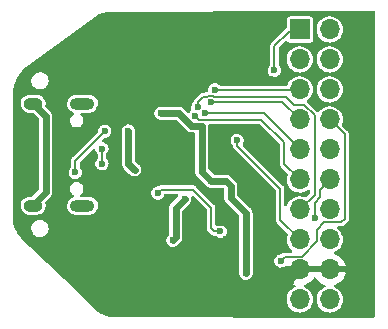
<source format=gbl>
%TF.GenerationSoftware,KiCad,Pcbnew,5.99.0-unknown-c33b2cfa8d~128~ubuntu20.04.1*%
%TF.CreationDate,2021-05-18T07:02:02+07:00*%
%TF.ProjectId,PmodUsbUlpi,506d6f64-5573-4625-956c-70692e6b6963,1*%
%TF.SameCoordinates,Original*%
%TF.FileFunction,Copper,L2,Bot*%
%TF.FilePolarity,Positive*%
%FSLAX46Y46*%
G04 Gerber Fmt 4.6, Leading zero omitted, Abs format (unit mm)*
G04 Created by KiCad (PCBNEW 5.99.0-unknown-c33b2cfa8d~128~ubuntu20.04.1) date 2021-05-18 07:02:02*
%MOMM*%
%LPD*%
G01*
G04 APERTURE LIST*
%TA.AperFunction,ComponentPad*%
%ADD10O,1.600000X1.000000*%
%TD*%
%TA.AperFunction,ComponentPad*%
%ADD11O,2.100000X1.000000*%
%TD*%
%TA.AperFunction,ComponentPad*%
%ADD12R,1.700000X1.700000*%
%TD*%
%TA.AperFunction,ComponentPad*%
%ADD13O,1.700000X1.700000*%
%TD*%
%TA.AperFunction,ViaPad*%
%ADD14C,0.600000*%
%TD*%
%TA.AperFunction,Conductor*%
%ADD15C,0.600000*%
%TD*%
%TA.AperFunction,Conductor*%
%ADD16C,0.200000*%
%TD*%
G04 APERTURE END LIST*
D10*
X139425000Y-104320000D03*
D11*
X143605000Y-95680000D03*
X143605000Y-104320000D03*
D10*
X139425000Y-95680000D03*
D12*
X162000000Y-89400000D03*
D13*
X164540000Y-89400000D03*
X162000000Y-91940000D03*
X164540000Y-91940000D03*
X162000000Y-94480000D03*
X164540000Y-94480000D03*
X162000000Y-97020000D03*
X164540000Y-97020000D03*
X162000000Y-99560000D03*
X164540000Y-99560000D03*
X162000000Y-102100000D03*
X164540000Y-102100000D03*
X162000000Y-104640000D03*
X164540000Y-104640000D03*
X162000000Y-107180000D03*
X164540000Y-107180000D03*
X162000000Y-109720000D03*
X164540000Y-109720000D03*
X162000000Y-112260000D03*
X164540000Y-112260000D03*
D14*
X144174000Y-106350000D03*
X142777000Y-106350000D03*
X152250000Y-101000000D03*
X146375000Y-103625000D03*
X151250000Y-100000000D03*
X154850000Y-107100000D03*
X146250000Y-93250000D03*
X145087000Y-103175000D03*
X152250000Y-110750000D03*
X150250000Y-100000000D03*
X149250000Y-109000000D03*
X150250000Y-99000000D03*
X150250000Y-101000000D03*
X155750000Y-107100000D03*
X151250000Y-101000000D03*
X152250000Y-100000000D03*
X151250000Y-99000000D03*
X157750000Y-102250000D03*
X148000000Y-93250000D03*
X155300000Y-105750000D03*
X146250000Y-110750000D03*
X149750000Y-107000000D03*
X144287500Y-94462500D03*
X152250000Y-99000000D03*
X153000000Y-107000000D03*
X145000000Y-96250000D03*
X143000000Y-101500000D03*
X145500000Y-98000000D03*
X145250000Y-99500000D03*
X145250000Y-100777000D03*
X154500000Y-102250000D03*
X157450000Y-110050000D03*
X148027000Y-101277000D03*
X150250000Y-96500000D03*
X151750000Y-96500000D03*
X147500000Y-98000000D03*
X147500000Y-100250000D03*
X153687500Y-97562500D03*
X163250000Y-105400000D03*
X149973000Y-103250000D03*
X155277000Y-106500000D03*
X160400000Y-109000000D03*
X154450000Y-95550000D03*
X156700000Y-98800000D03*
X154800000Y-94500000D03*
X153350000Y-96000000D03*
X153150000Y-96700000D03*
X159850000Y-92850000D03*
X154000000Y-96500000D03*
X151250000Y-107250000D03*
X152262500Y-103737500D03*
X151500000Y-105000000D03*
D15*
X162000000Y-109720000D02*
X161020000Y-110700000D01*
X162000000Y-109720000D02*
X161280000Y-109720000D01*
X161280000Y-109720000D02*
X160850000Y-110150000D01*
X160300000Y-110750000D02*
X159919999Y-110569999D01*
X161150001Y-110569999D02*
X161150001Y-110750001D01*
X162000000Y-109720000D02*
X161150001Y-110569999D01*
X160850000Y-110150000D02*
X160350000Y-110150000D01*
X161020000Y-110700000D02*
X160650000Y-110700000D01*
X160650000Y-110700000D02*
X160300000Y-110750000D01*
D16*
X143000000Y-100500000D02*
X145500000Y-98000000D01*
X143000000Y-101500000D02*
X143000000Y-100500000D01*
D15*
X140475000Y-96730000D02*
X139425000Y-95680000D01*
X139425000Y-104320000D02*
X139425000Y-104225000D01*
X140475000Y-103175000D02*
X140475000Y-96730000D01*
X139425000Y-104225000D02*
X140475000Y-103175000D01*
D16*
X145250000Y-100777000D02*
X145250000Y-99500000D01*
D15*
X150250000Y-96500000D02*
X151750000Y-96500000D01*
X155750000Y-102250000D02*
X156150000Y-102650000D01*
X153687500Y-101437500D02*
X154500000Y-102250000D01*
X157450000Y-104950000D02*
X157450000Y-110050000D01*
X153687500Y-97562500D02*
X152812500Y-97562500D01*
X156150000Y-102650000D02*
X156150000Y-103650000D01*
X147500000Y-100250000D02*
X147500000Y-100750000D01*
X151750000Y-96500000D02*
X152812500Y-97562500D01*
X154500000Y-102250000D02*
X155750000Y-102250000D01*
X147500000Y-100750000D02*
X148027000Y-101277000D01*
X153687500Y-97562500D02*
X153687500Y-101437500D01*
X147500000Y-98000000D02*
X147500000Y-100250000D01*
X156150000Y-103650000D02*
X157450000Y-104950000D01*
D16*
X163250000Y-104050000D02*
X163690001Y-103609999D01*
X163250000Y-105400000D02*
X163250000Y-104050000D01*
X163690001Y-102949999D02*
X164540000Y-102100000D01*
X163690001Y-103609999D02*
X163690001Y-102949999D01*
X154500000Y-106250000D02*
X154750000Y-106500000D01*
X152950001Y-102950001D02*
X154500000Y-104500000D01*
X149973000Y-103250000D02*
X150272999Y-102950001D01*
X154500000Y-104500000D02*
X154500000Y-106250000D01*
X154750000Y-106500000D02*
X155277000Y-106500000D01*
X150272999Y-102950001D02*
X152950001Y-102950001D01*
X164082999Y-105717001D02*
X165517001Y-105717001D01*
X163462999Y-106337001D02*
X164082999Y-105717001D01*
X160400000Y-109000000D02*
X160757001Y-108642999D01*
X163462999Y-107337001D02*
X163462999Y-106337001D01*
X165800000Y-98280000D02*
X164540000Y-97020000D01*
X160757001Y-108642999D02*
X162157001Y-108642999D01*
X165517001Y-105717001D02*
X165800000Y-105434002D01*
X162157001Y-108642999D02*
X163462999Y-107337001D01*
X165800000Y-105434002D02*
X165800000Y-98280000D01*
X160530000Y-95550000D02*
X162000000Y-97020000D01*
X154450000Y-95550000D02*
X160530000Y-95550000D01*
X156700000Y-99224264D02*
X160350000Y-102874264D01*
X160350000Y-105530000D02*
X162000000Y-107180000D01*
X156700000Y-98800000D02*
X156700000Y-99224264D01*
X160350000Y-102874264D02*
X160350000Y-105530000D01*
X161980000Y-94500000D02*
X162000000Y-94480000D01*
X154800000Y-94500000D02*
X161980000Y-94500000D01*
X163250000Y-96676038D02*
X163250000Y-103390000D01*
X161500000Y-95800000D02*
X162373962Y-95800000D01*
X154750000Y-95100000D02*
X160800000Y-95100000D01*
X163250000Y-103390000D02*
X162000000Y-104640000D01*
X154672999Y-95022999D02*
X154750000Y-95100000D01*
X153350000Y-96000000D02*
X153350000Y-95870038D01*
X153350000Y-95575736D02*
X153825736Y-95100000D01*
X154120038Y-95100000D02*
X154197039Y-95022999D01*
X154197039Y-95022999D02*
X154672999Y-95022999D01*
X153350000Y-96000000D02*
X153350000Y-95575736D01*
X162373962Y-95800000D02*
X163250000Y-96676038D01*
X160800000Y-95100000D02*
X161500000Y-95800000D01*
X153825736Y-95100000D02*
X154120038Y-95100000D01*
X161890000Y-92050000D02*
X162000000Y-91940000D01*
X160650000Y-100750000D02*
X162000000Y-102100000D01*
X153485490Y-97035490D02*
X158735490Y-97035490D01*
X158735490Y-97035490D02*
X160650000Y-98950000D01*
X160650000Y-98950000D02*
X160650000Y-100750000D01*
X153150000Y-96700000D02*
X153485490Y-97035490D01*
X161800000Y-89600000D02*
X162000000Y-89400000D01*
X161050000Y-89600000D02*
X161800000Y-89600000D01*
X159850000Y-92850000D02*
X159850000Y-90800000D01*
X159850000Y-90800000D02*
X161050000Y-89600000D01*
X158940000Y-96500000D02*
X162000000Y-99560000D01*
X154000000Y-96500000D02*
X158940000Y-96500000D01*
D15*
X151500000Y-104500000D02*
X152262500Y-103737500D01*
X151500000Y-107000000D02*
X151250000Y-107250000D01*
X151500000Y-105000000D02*
X151500000Y-107000000D01*
X151500000Y-105000000D02*
X151500000Y-104500000D01*
%TA.AperFunction,Conductor*%
G36*
X168338121Y-87874002D02*
G01*
X168384614Y-87927658D01*
X168396000Y-87980000D01*
X168396000Y-113670000D01*
X168375998Y-113738121D01*
X168322342Y-113784614D01*
X168270000Y-113796000D01*
X166350490Y-113796000D01*
X146412182Y-113757538D01*
X146391265Y-113755748D01*
X146368247Y-113751826D01*
X146323399Y-113753063D01*
X146247231Y-113755162D01*
X146241238Y-113755185D01*
X146193155Y-113754223D01*
X146185068Y-113754061D01*
X146177329Y-113753667D01*
X146081191Y-113745805D01*
X145971786Y-113736857D01*
X145964080Y-113735987D01*
X145939473Y-113732440D01*
X145920916Y-113729765D01*
X145913315Y-113728429D01*
X145711354Y-113686487D01*
X145703830Y-113684680D01*
X145682882Y-113678965D01*
X145661817Y-113673218D01*
X145654400Y-113670947D01*
X145459105Y-113604507D01*
X145451873Y-113601796D01*
X145411589Y-113585261D01*
X145404517Y-113582099D01*
X145218871Y-113492176D01*
X145211998Y-113488582D01*
X145174050Y-113467224D01*
X145167418Y-113463218D01*
X144994235Y-113351176D01*
X144987854Y-113346763D01*
X144942681Y-113313423D01*
X144937943Y-113309749D01*
X144848851Y-113237201D01*
X144844051Y-113233292D01*
X144842771Y-113232614D01*
X144828947Y-113221526D01*
X144539943Y-112943076D01*
X142065952Y-110559435D01*
X139202323Y-107800386D01*
X138609565Y-107229276D01*
X138595935Y-107213800D01*
X138594676Y-107212109D01*
X138581323Y-107194179D01*
X138497297Y-107118324D01*
X138487279Y-107109280D01*
X138483127Y-107105357D01*
X138426855Y-107049725D01*
X138421569Y-107044171D01*
X138362072Y-106977723D01*
X138270680Y-106875653D01*
X138265767Y-106869818D01*
X138227530Y-106821494D01*
X138222961Y-106815344D01*
X138206686Y-106791986D01*
X138093674Y-106629789D01*
X138089487Y-106623373D01*
X138057397Y-106570760D01*
X138053606Y-106564098D01*
X138047955Y-106553422D01*
X137947790Y-106364194D01*
X137944429Y-106357347D01*
X137940883Y-106349531D01*
X137931470Y-106328786D01*
X139274767Y-106328786D01*
X139312343Y-106493512D01*
X139315567Y-106500079D01*
X139315568Y-106500081D01*
X139379255Y-106629794D01*
X139386807Y-106645176D01*
X139391455Y-106650825D01*
X139391456Y-106650826D01*
X139448885Y-106720617D01*
X139494163Y-106775642D01*
X139628654Y-106877911D01*
X139635342Y-106880882D01*
X139635346Y-106880884D01*
X139679876Y-106900663D01*
X139783065Y-106946498D01*
X139790260Y-106947851D01*
X139936441Y-106975340D01*
X139949113Y-106977723D01*
X139956421Y-106977385D01*
X139956424Y-106977385D01*
X140110573Y-106970250D01*
X140110576Y-106970250D01*
X140117890Y-106969911D01*
X140124933Y-106967898D01*
X140124934Y-106967898D01*
X140237652Y-106935683D01*
X140280343Y-106923482D01*
X140286729Y-106919906D01*
X140286733Y-106919904D01*
X140421367Y-106844505D01*
X140421369Y-106844504D01*
X140427759Y-106840925D01*
X140447460Y-106822841D01*
X140546838Y-106731618D01*
X140546839Y-106731617D01*
X140552228Y-106726670D01*
X140647074Y-106586846D01*
X140667189Y-106534032D01*
X140704604Y-106435796D01*
X140704605Y-106435791D01*
X140707210Y-106428952D01*
X140729410Y-106261458D01*
X140729500Y-106250000D01*
X140729047Y-106246118D01*
X140729047Y-106246110D01*
X140710782Y-106089451D01*
X140710782Y-106089450D01*
X140709934Y-106082179D01*
X140652286Y-105923360D01*
X140559647Y-105782062D01*
X140436988Y-105665866D01*
X140357944Y-105619954D01*
X140297220Y-105584683D01*
X140297217Y-105584682D01*
X140290887Y-105581005D01*
X140283879Y-105578883D01*
X140283878Y-105578882D01*
X140238585Y-105565164D01*
X140129183Y-105532029D01*
X140121874Y-105531576D01*
X140121871Y-105531575D01*
X140050926Y-105527174D01*
X139960550Y-105521567D01*
X139953334Y-105522807D01*
X139953332Y-105522807D01*
X139801247Y-105548940D01*
X139801245Y-105548941D01*
X139794032Y-105550180D01*
X139638563Y-105616333D01*
X139502482Y-105716477D01*
X139393089Y-105845241D01*
X139371496Y-105887529D01*
X139321113Y-105986200D01*
X139316253Y-105995717D01*
X139276094Y-106159833D01*
X139276037Y-106167152D01*
X139276036Y-106167156D01*
X139275637Y-106218045D01*
X139274767Y-106328786D01*
X137931470Y-106328786D01*
X137918965Y-106301229D01*
X137916018Y-106294173D01*
X137842640Y-106102218D01*
X137835255Y-106082900D01*
X137832737Y-106075658D01*
X137814280Y-106016881D01*
X137812207Y-106009501D01*
X137757704Y-105790037D01*
X137756083Y-105782544D01*
X137744891Y-105721924D01*
X137743729Y-105714345D01*
X137743413Y-105711756D01*
X137730623Y-105607192D01*
X137716275Y-105489880D01*
X137715576Y-105482246D01*
X137710761Y-105403217D01*
X137710543Y-105397508D01*
X137708675Y-105277044D01*
X137708579Y-105270853D01*
X137707115Y-105264046D01*
X137704298Y-105236956D01*
X137704741Y-105142776D01*
X137705932Y-104888982D01*
X137706172Y-104837978D01*
X137716085Y-102726416D01*
X137748975Y-95721073D01*
X138366611Y-95721073D01*
X138367851Y-95728288D01*
X138367851Y-95728291D01*
X138383869Y-95821507D01*
X138396401Y-95894438D01*
X138465274Y-96056301D01*
X138469607Y-96062189D01*
X138469610Y-96062194D01*
X138565195Y-96192079D01*
X138565199Y-96192083D01*
X138569537Y-96197978D01*
X138703596Y-96311869D01*
X138753881Y-96337546D01*
X138852333Y-96387818D01*
X138860260Y-96391866D01*
X138867365Y-96393605D01*
X138867369Y-96393606D01*
X138933334Y-96409747D01*
X139031125Y-96433676D01*
X139036727Y-96434024D01*
X139036730Y-96434024D01*
X139042468Y-96434380D01*
X139042477Y-96434380D01*
X139044407Y-96434500D01*
X139343129Y-96434500D01*
X139411250Y-96454502D01*
X139432224Y-96471405D01*
X139883595Y-96922776D01*
X139917621Y-96985088D01*
X139920500Y-97011871D01*
X139920500Y-102893129D01*
X139900498Y-102961250D01*
X139883595Y-102982224D01*
X139337224Y-103528595D01*
X139274912Y-103562621D01*
X139248129Y-103565500D01*
X139082115Y-103565500D01*
X139078481Y-103565924D01*
X139078476Y-103565924D01*
X138967019Y-103578919D01*
X138950277Y-103580871D01*
X138943395Y-103583369D01*
X138817042Y-103629233D01*
X138784927Y-103640890D01*
X138637819Y-103737338D01*
X138516845Y-103865042D01*
X138428493Y-104017150D01*
X138426372Y-104024152D01*
X138426371Y-104024155D01*
X138414656Y-104062836D01*
X138377503Y-104185504D01*
X138377050Y-104192813D01*
X138377049Y-104192816D01*
X138373498Y-104250056D01*
X138366611Y-104361073D01*
X138367851Y-104368288D01*
X138367851Y-104368291D01*
X138382393Y-104452917D01*
X138396401Y-104534438D01*
X138465274Y-104696301D01*
X138469607Y-104702189D01*
X138469610Y-104702194D01*
X138565195Y-104832079D01*
X138565199Y-104832083D01*
X138569537Y-104837978D01*
X138703596Y-104951869D01*
X138726374Y-104963500D01*
X138820801Y-105011717D01*
X138860260Y-105031866D01*
X138867365Y-105033605D01*
X138867369Y-105033606D01*
X138944287Y-105052427D01*
X139031125Y-105073676D01*
X139036727Y-105074024D01*
X139036730Y-105074024D01*
X139042468Y-105074380D01*
X139042477Y-105074380D01*
X139044407Y-105074500D01*
X139767885Y-105074500D01*
X139771519Y-105074076D01*
X139771524Y-105074076D01*
X139892450Y-105059977D01*
X139899723Y-105059129D01*
X139918187Y-105052427D01*
X140058194Y-105001607D01*
X140065073Y-104999110D01*
X140212181Y-104902662D01*
X140333155Y-104774958D01*
X140421507Y-104622850D01*
X140435314Y-104577265D01*
X140456717Y-104506597D01*
X140472497Y-104454496D01*
X140472960Y-104447045D01*
X140478293Y-104361073D01*
X142296611Y-104361073D01*
X142297851Y-104368288D01*
X142297851Y-104368291D01*
X142312393Y-104452917D01*
X142326401Y-104534438D01*
X142395274Y-104696301D01*
X142399607Y-104702189D01*
X142399610Y-104702194D01*
X142495195Y-104832079D01*
X142495199Y-104832083D01*
X142499537Y-104837978D01*
X142633596Y-104951869D01*
X142656374Y-104963500D01*
X142750801Y-105011717D01*
X142790260Y-105031866D01*
X142797365Y-105033605D01*
X142797369Y-105033606D01*
X142874287Y-105052427D01*
X142961125Y-105073676D01*
X142966727Y-105074024D01*
X142966730Y-105074024D01*
X142972468Y-105074380D01*
X142972477Y-105074380D01*
X142974407Y-105074500D01*
X144197885Y-105074500D01*
X144201519Y-105074076D01*
X144201524Y-105074076D01*
X144322450Y-105059977D01*
X144329723Y-105059129D01*
X144348187Y-105052427D01*
X144488194Y-105001607D01*
X144495073Y-104999110D01*
X144642181Y-104902662D01*
X144763155Y-104774958D01*
X144851507Y-104622850D01*
X144865314Y-104577265D01*
X144886717Y-104506597D01*
X144902497Y-104454496D01*
X144902960Y-104447045D01*
X144908293Y-104361073D01*
X144913389Y-104278927D01*
X144910051Y-104259498D01*
X144884839Y-104112778D01*
X144883599Y-104105562D01*
X144814726Y-103943699D01*
X144810393Y-103937811D01*
X144810390Y-103937806D01*
X144714805Y-103807921D01*
X144714801Y-103807917D01*
X144710463Y-103802022D01*
X144576404Y-103688131D01*
X144487245Y-103642604D01*
X144426256Y-103611461D01*
X144426254Y-103611460D01*
X144419740Y-103608134D01*
X144412635Y-103606395D01*
X144412631Y-103606394D01*
X144318533Y-103583369D01*
X144248875Y-103566324D01*
X144243273Y-103565976D01*
X144243270Y-103565976D01*
X144237532Y-103565620D01*
X144237523Y-103565620D01*
X144235593Y-103565500D01*
X143547788Y-103565500D01*
X143479667Y-103545498D01*
X143433174Y-103491842D01*
X143423070Y-103421568D01*
X143452564Y-103356988D01*
X143471084Y-103339537D01*
X143485570Y-103328422D01*
X143496384Y-103320124D01*
X149417912Y-103320124D01*
X149457218Y-103466815D01*
X149534524Y-103597532D01*
X149540725Y-103603478D01*
X149540726Y-103603480D01*
X149572771Y-103634210D01*
X149644134Y-103702645D01*
X149777974Y-103774409D01*
X149786356Y-103776283D01*
X149786357Y-103776283D01*
X149917797Y-103805664D01*
X149917799Y-103805664D01*
X149926182Y-103807538D01*
X150021885Y-103802522D01*
X150069257Y-103800040D01*
X150069258Y-103800040D01*
X150077840Y-103799590D01*
X150221773Y-103751151D01*
X150228878Y-103746322D01*
X150228881Y-103746321D01*
X150340275Y-103670618D01*
X150340276Y-103670617D01*
X150347379Y-103665790D01*
X150365030Y-103644903D01*
X150439858Y-103556355D01*
X150439860Y-103556352D01*
X150445401Y-103549795D01*
X150487783Y-103457224D01*
X150505045Y-103419522D01*
X150505045Y-103419520D01*
X150508620Y-103411713D01*
X150509963Y-103403231D01*
X150512447Y-103395005D01*
X150515777Y-103396010D01*
X150539162Y-103346656D01*
X150599422Y-103309117D01*
X150633215Y-103304501D01*
X151607128Y-103304501D01*
X151675249Y-103324503D01*
X151721742Y-103378159D01*
X151731846Y-103448433D01*
X151702352Y-103513013D01*
X151696223Y-103519596D01*
X151115016Y-104100803D01*
X151111207Y-104104456D01*
X151068898Y-104143361D01*
X151045780Y-104180645D01*
X151039067Y-104190413D01*
X151012556Y-104225340D01*
X151009392Y-104233331D01*
X151009390Y-104233335D01*
X151006956Y-104239482D01*
X150996890Y-104259498D01*
X150988871Y-104272431D01*
X150980734Y-104300438D01*
X150976634Y-104314551D01*
X150972789Y-104325780D01*
X150956651Y-104366541D01*
X150955753Y-104375079D01*
X150955752Y-104375085D01*
X150955059Y-104381675D01*
X150950748Y-104403647D01*
X150948345Y-104411920D01*
X150948344Y-104411928D01*
X150946502Y-104418267D01*
X150945500Y-104431912D01*
X150945500Y-104466024D01*
X150944810Y-104479194D01*
X150940776Y-104517574D01*
X150942209Y-104526046D01*
X150942209Y-104526047D01*
X150943735Y-104535068D01*
X150945500Y-104556082D01*
X150945500Y-105013316D01*
X150945493Y-105014635D01*
X150945313Y-105031866D01*
X150944912Y-105070124D01*
X150945411Y-105071985D01*
X150945500Y-105073403D01*
X150945500Y-106718129D01*
X150925498Y-106786250D01*
X150908595Y-106807224D01*
X150865016Y-106850803D01*
X150861207Y-106854456D01*
X150849866Y-106864885D01*
X150818898Y-106893361D01*
X150795780Y-106930645D01*
X150789067Y-106940413D01*
X150762556Y-106975340D01*
X150759392Y-106983331D01*
X150759390Y-106983335D01*
X150756956Y-106989482D01*
X150746890Y-107009498D01*
X150738871Y-107022431D01*
X150726634Y-107064551D01*
X150722789Y-107075780D01*
X150706651Y-107116541D01*
X150705753Y-107125079D01*
X150705752Y-107125085D01*
X150705059Y-107131675D01*
X150700748Y-107153647D01*
X150698899Y-107160012D01*
X150698898Y-107160020D01*
X150696502Y-107168267D01*
X150696412Y-107176857D01*
X150696412Y-107176858D01*
X150696043Y-107212109D01*
X150695360Y-107223961D01*
X150694214Y-107234864D01*
X150690776Y-107267574D01*
X150692209Y-107276044D01*
X150693314Y-107282577D01*
X150695071Y-107304904D01*
X150694912Y-107320124D01*
X150697136Y-107328423D01*
X150706263Y-107362487D01*
X150708790Y-107374082D01*
X150716103Y-107417313D01*
X150719758Y-107425081D01*
X150719759Y-107425084D01*
X150722582Y-107431083D01*
X150730278Y-107452112D01*
X150734218Y-107466815D01*
X150738592Y-107474211D01*
X150756535Y-107504552D01*
X150762089Y-107515042D01*
X150780763Y-107554726D01*
X150790713Y-107566253D01*
X150803781Y-107584440D01*
X150807151Y-107590138D01*
X150811524Y-107597532D01*
X150817721Y-107603475D01*
X150817722Y-107603476D01*
X150843167Y-107627877D01*
X150851336Y-107636486D01*
X150874380Y-107663182D01*
X150874384Y-107663185D01*
X150879996Y-107669687D01*
X150887150Y-107674440D01*
X150892668Y-107678106D01*
X150910154Y-107692116D01*
X150914930Y-107696696D01*
X150914933Y-107696698D01*
X150921134Y-107702645D01*
X150959787Y-107723371D01*
X150969955Y-107729457D01*
X150999332Y-107748976D01*
X150999340Y-107748980D01*
X151006488Y-107753729D01*
X151020967Y-107758433D01*
X151041568Y-107767221D01*
X151047399Y-107770348D01*
X151047403Y-107770350D01*
X151054974Y-107774409D01*
X151063360Y-107776283D01*
X151063361Y-107776284D01*
X151075324Y-107778958D01*
X151097763Y-107783974D01*
X151109208Y-107787105D01*
X151142749Y-107798003D01*
X151142757Y-107798004D01*
X151150921Y-107800657D01*
X151159500Y-107801017D01*
X151159502Y-107801017D01*
X151166119Y-107801294D01*
X151188328Y-107804218D01*
X151203182Y-107807538D01*
X151240880Y-107805562D01*
X151246976Y-107805243D01*
X151258846Y-107805181D01*
X151278498Y-107806005D01*
X151302653Y-107807017D01*
X151317465Y-107803543D01*
X151339644Y-107800386D01*
X151343041Y-107800208D01*
X151346258Y-107800040D01*
X151346260Y-107800040D01*
X151354840Y-107799590D01*
X151362983Y-107796850D01*
X151362986Y-107796849D01*
X151396406Y-107785602D01*
X151407821Y-107782350D01*
X151422282Y-107778958D01*
X151450507Y-107772338D01*
X151463839Y-107765008D01*
X151484355Y-107756003D01*
X151484539Y-107755941D01*
X151498773Y-107751151D01*
X151505878Y-107746323D01*
X151505883Y-107746320D01*
X151535049Y-107726499D01*
X151545168Y-107720298D01*
X151562089Y-107710995D01*
X151583588Y-107699176D01*
X151593945Y-107690236D01*
X151597267Y-107686914D01*
X151615535Y-107671801D01*
X151624379Y-107665790D01*
X151653633Y-107631173D01*
X151660775Y-107623407D01*
X151884995Y-107399187D01*
X151888804Y-107395534D01*
X151924775Y-107362457D01*
X151931102Y-107356639D01*
X151954212Y-107319367D01*
X151960932Y-107309589D01*
X151964488Y-107304904D01*
X151987444Y-107274660D01*
X151993045Y-107260515D01*
X152003105Y-107240511D01*
X152011129Y-107227569D01*
X152013525Y-107219322D01*
X152023365Y-107185453D01*
X152027210Y-107174223D01*
X152035356Y-107153647D01*
X152043349Y-107133460D01*
X152044940Y-107118324D01*
X152049253Y-107096345D01*
X152051656Y-107088073D01*
X152053498Y-107081733D01*
X152054118Y-107073284D01*
X152054331Y-107070395D01*
X152054331Y-107070384D01*
X152054500Y-107068088D01*
X152054500Y-107033976D01*
X152055190Y-107020805D01*
X152056379Y-107009498D01*
X152059224Y-106982426D01*
X152056868Y-106968494D01*
X152056265Y-106964932D01*
X152054500Y-106943918D01*
X152054500Y-105052427D01*
X152056051Y-105032716D01*
X152058655Y-105016275D01*
X152059377Y-105011717D01*
X152059500Y-105000000D01*
X152055666Y-104972012D01*
X152054500Y-104954911D01*
X152054500Y-104781871D01*
X152074502Y-104713750D01*
X152091405Y-104692776D01*
X152609767Y-104174414D01*
X152628035Y-104159301D01*
X152636879Y-104153290D01*
X152666134Y-104118671D01*
X152673278Y-104110903D01*
X152680400Y-104103781D01*
X152684161Y-104098827D01*
X152693261Y-104086837D01*
X152697385Y-104081690D01*
X152708834Y-104068142D01*
X152734901Y-104037295D01*
X152738476Y-104029485D01*
X152741740Y-104024343D01*
X152744746Y-104019007D01*
X152749944Y-104012160D01*
X152771333Y-103958137D01*
X152773921Y-103952068D01*
X152794545Y-103907021D01*
X152798120Y-103899213D01*
X152799463Y-103890730D01*
X152801228Y-103884885D01*
X152802688Y-103878944D01*
X152805849Y-103870959D01*
X152811924Y-103813161D01*
X152812785Y-103806622D01*
X152821155Y-103753775D01*
X152821877Y-103749217D01*
X152822000Y-103737500D01*
X152821372Y-103732918D01*
X152821083Y-103728311D01*
X152821128Y-103728308D01*
X152821002Y-103726802D01*
X152821724Y-103719925D01*
X152810835Y-103655545D01*
X152810245Y-103651687D01*
X152807073Y-103628534D01*
X152817647Y-103558330D01*
X152864497Y-103504986D01*
X152932750Y-103485440D01*
X153000736Y-103505897D01*
X153021003Y-103522342D01*
X154108595Y-104609934D01*
X154142621Y-104672246D01*
X154145500Y-104699029D01*
X154145500Y-106198283D01*
X154143256Y-106219370D01*
X154143090Y-106222887D01*
X154140899Y-106233065D01*
X154144260Y-106261458D01*
X154144627Y-106264560D01*
X154144929Y-106269677D01*
X154145072Y-106269665D01*
X154145500Y-106274843D01*
X154145500Y-106280040D01*
X154146353Y-106285164D01*
X154148336Y-106297083D01*
X154149171Y-106302955D01*
X154154775Y-106350297D01*
X154158477Y-106358006D01*
X154159882Y-106366448D01*
X154164828Y-106375615D01*
X154164829Y-106375617D01*
X154182535Y-106408431D01*
X154185232Y-106413724D01*
X154202444Y-106449570D01*
X154202446Y-106449573D01*
X154205875Y-106456714D01*
X154208507Y-106459846D01*
X154210452Y-106461791D01*
X154212274Y-106463778D01*
X154212166Y-106463877D01*
X154212903Y-106464713D01*
X154215939Y-106470340D01*
X154223588Y-106477411D01*
X154223589Y-106477412D01*
X154254627Y-106506103D01*
X154258193Y-106509532D01*
X154462763Y-106714102D01*
X154476076Y-106730585D01*
X154478452Y-106733196D01*
X154484103Y-106741948D01*
X154509010Y-106761583D01*
X154512841Y-106764987D01*
X154512934Y-106764877D01*
X154516891Y-106768230D01*
X154520572Y-106771911D01*
X154524804Y-106774935D01*
X154534624Y-106781953D01*
X154539370Y-106785517D01*
X154568630Y-106808584D01*
X154568632Y-106808585D01*
X154576810Y-106815032D01*
X154584879Y-106817866D01*
X154591841Y-106822841D01*
X154630896Y-106834521D01*
X154637539Y-106836508D01*
X154643164Y-106838335D01*
X154688191Y-106854147D01*
X154692267Y-106854500D01*
X154694976Y-106854500D01*
X154697709Y-106854618D01*
X154697703Y-106854763D01*
X154698817Y-106854833D01*
X154704942Y-106856665D01*
X154757584Y-106854597D01*
X154762530Y-106854500D01*
X154795138Y-106854500D01*
X154863259Y-106874502D01*
X154882348Y-106889559D01*
X154941933Y-106946699D01*
X154941936Y-106946701D01*
X154948134Y-106952645D01*
X155081974Y-107024409D01*
X155090356Y-107026283D01*
X155090357Y-107026283D01*
X155221797Y-107055664D01*
X155221799Y-107055664D01*
X155230182Y-107057538D01*
X155325885Y-107052522D01*
X155373257Y-107050040D01*
X155373258Y-107050040D01*
X155381840Y-107049590D01*
X155525773Y-107001151D01*
X155532878Y-106996322D01*
X155532881Y-106996321D01*
X155644275Y-106920618D01*
X155644276Y-106920617D01*
X155651379Y-106915790D01*
X155674466Y-106888470D01*
X155743858Y-106806355D01*
X155743860Y-106806352D01*
X155749401Y-106799795D01*
X155812620Y-106661713D01*
X155836377Y-106511717D01*
X155836500Y-106500000D01*
X155815889Y-106349539D01*
X155807503Y-106330160D01*
X155758987Y-106218045D01*
X155758985Y-106218042D01*
X155755576Y-106210164D01*
X155660004Y-106092142D01*
X155548500Y-106012900D01*
X155543216Y-106009145D01*
X155536214Y-106004169D01*
X155393327Y-105952726D01*
X155384767Y-105952097D01*
X155384765Y-105952097D01*
X155292187Y-105945299D01*
X155241869Y-105941604D01*
X155092999Y-105971621D01*
X155085347Y-105975520D01*
X155037703Y-105999796D01*
X154967927Y-106012900D01*
X154902142Y-105986200D01*
X154861235Y-105928173D01*
X154854500Y-105887529D01*
X154854500Y-104551717D01*
X154856744Y-104530630D01*
X154856910Y-104527113D01*
X154859101Y-104516935D01*
X154855373Y-104485437D01*
X154855071Y-104480323D01*
X154854928Y-104480335D01*
X154854500Y-104475157D01*
X154854500Y-104469960D01*
X154852865Y-104460135D01*
X154851664Y-104452917D01*
X154850829Y-104447045D01*
X154849038Y-104431912D01*
X154845225Y-104399703D01*
X154841523Y-104391993D01*
X154840118Y-104383552D01*
X154831884Y-104368291D01*
X154817475Y-104341588D01*
X154814777Y-104336294D01*
X154797560Y-104300438D01*
X154794126Y-104293286D01*
X154791493Y-104290154D01*
X154789559Y-104288220D01*
X154787735Y-104286231D01*
X154787843Y-104286132D01*
X154787096Y-104285285D01*
X154784061Y-104279660D01*
X154745373Y-104243897D01*
X154741807Y-104240468D01*
X153237238Y-102735899D01*
X153223925Y-102719416D01*
X153221549Y-102716805D01*
X153215898Y-102708053D01*
X153190991Y-102688418D01*
X153187160Y-102685014D01*
X153187067Y-102685124D01*
X153183110Y-102681771D01*
X153179429Y-102678090D01*
X153165377Y-102668048D01*
X153160631Y-102664484D01*
X153131371Y-102641417D01*
X153131369Y-102641416D01*
X153123191Y-102634969D01*
X153115122Y-102632135D01*
X153108160Y-102627160D01*
X153062462Y-102613493D01*
X153056837Y-102611666D01*
X153011810Y-102595854D01*
X153007734Y-102595501D01*
X153005025Y-102595501D01*
X153002292Y-102595383D01*
X153002298Y-102595238D01*
X153001184Y-102595168D01*
X152995059Y-102593336D01*
X152946643Y-102595238D01*
X152942417Y-102595404D01*
X152937471Y-102595501D01*
X150324716Y-102595501D01*
X150303629Y-102593257D01*
X150300112Y-102593091D01*
X150289934Y-102590900D01*
X150258436Y-102594628D01*
X150253322Y-102594930D01*
X150253334Y-102595073D01*
X150248156Y-102595501D01*
X150242959Y-102595501D01*
X150233134Y-102597136D01*
X150225916Y-102598337D01*
X150220044Y-102599172D01*
X150214266Y-102599856D01*
X150172702Y-102604776D01*
X150164992Y-102608478D01*
X150156551Y-102609883D01*
X150147387Y-102614828D01*
X150147386Y-102614828D01*
X150114587Y-102632526D01*
X150109293Y-102635224D01*
X150097385Y-102640942D01*
X150066285Y-102655875D01*
X150063153Y-102658508D01*
X150061222Y-102660439D01*
X150060731Y-102660889D01*
X150059153Y-102661664D01*
X150053555Y-102665279D01*
X150053131Y-102664623D01*
X149997009Y-102692193D01*
X149966337Y-102693694D01*
X149949236Y-102692439D01*
X149937869Y-102691604D01*
X149788999Y-102721621D01*
X149781347Y-102725520D01*
X149661337Y-102786668D01*
X149661334Y-102786670D01*
X149653686Y-102790567D01*
X149647364Y-102796380D01*
X149647363Y-102796381D01*
X149584051Y-102854599D01*
X149541898Y-102893361D01*
X149537370Y-102900663D01*
X149537369Y-102900665D01*
X149471673Y-103006622D01*
X149461871Y-103022431D01*
X149419502Y-103168267D01*
X149419412Y-103176853D01*
X149419412Y-103176854D01*
X149419378Y-103180125D01*
X149417912Y-103320124D01*
X143496384Y-103320124D01*
X143518304Y-103303304D01*
X143611192Y-103182250D01*
X143669584Y-103041280D01*
X143672066Y-103022431D01*
X143688422Y-102898188D01*
X143689500Y-102890000D01*
X143672098Y-102757816D01*
X143670662Y-102746908D01*
X143669584Y-102738720D01*
X143664488Y-102726416D01*
X143652662Y-102697866D01*
X143611192Y-102597750D01*
X143518304Y-102476696D01*
X143397250Y-102383808D01*
X143256280Y-102325416D01*
X143231837Y-102322198D01*
X143149884Y-102311409D01*
X143105000Y-102305500D01*
X143060116Y-102311409D01*
X142978164Y-102322198D01*
X142953720Y-102325416D01*
X142812750Y-102383808D01*
X142691696Y-102476696D01*
X142598808Y-102597750D01*
X142557338Y-102697866D01*
X142545513Y-102726416D01*
X142540416Y-102738720D01*
X142539338Y-102746908D01*
X142537902Y-102757816D01*
X142520500Y-102890000D01*
X142521578Y-102898188D01*
X142537935Y-103022431D01*
X142540416Y-103041280D01*
X142598808Y-103182250D01*
X142691696Y-103303304D01*
X142698242Y-103308327D01*
X142812750Y-103396192D01*
X142811176Y-103398243D01*
X142851252Y-103440267D01*
X142864693Y-103509979D01*
X142838312Y-103575892D01*
X142782255Y-103616451D01*
X142769321Y-103621146D01*
X142714927Y-103640890D01*
X142567819Y-103737338D01*
X142446845Y-103865042D01*
X142358493Y-104017150D01*
X142356372Y-104024152D01*
X142356371Y-104024155D01*
X142344656Y-104062836D01*
X142307503Y-104185504D01*
X142307050Y-104192813D01*
X142307049Y-104192816D01*
X142303498Y-104250056D01*
X142296611Y-104361073D01*
X140478293Y-104361073D01*
X140483389Y-104278927D01*
X140481019Y-104265133D01*
X140454839Y-104112776D01*
X140454838Y-104112773D01*
X140453599Y-104105562D01*
X140449602Y-104096168D01*
X140449371Y-104094199D01*
X140448666Y-104091804D01*
X140449076Y-104091683D01*
X140441332Y-104025657D01*
X140476445Y-103957736D01*
X140859984Y-103574197D01*
X140863793Y-103570544D01*
X140899775Y-103537457D01*
X140906102Y-103531639D01*
X140929220Y-103494355D01*
X140935936Y-103484583D01*
X140957252Y-103456501D01*
X140957254Y-103456498D01*
X140962444Y-103449660D01*
X140968045Y-103435515D01*
X140978105Y-103415511D01*
X140986129Y-103402569D01*
X140998365Y-103360453D01*
X141002210Y-103349223D01*
X141006045Y-103339537D01*
X141018349Y-103308460D01*
X141019940Y-103293324D01*
X141024253Y-103271345D01*
X141026656Y-103263073D01*
X141028498Y-103256733D01*
X141029500Y-103243088D01*
X141029500Y-103208976D01*
X141030190Y-103195805D01*
X141033326Y-103165970D01*
X141034224Y-103157426D01*
X141031265Y-103139932D01*
X141029500Y-103118918D01*
X141029500Y-101570124D01*
X142444912Y-101570124D01*
X142484218Y-101716815D01*
X142561524Y-101847532D01*
X142671134Y-101952645D01*
X142804974Y-102024409D01*
X142813356Y-102026283D01*
X142813357Y-102026283D01*
X142944797Y-102055664D01*
X142944799Y-102055664D01*
X142953182Y-102057538D01*
X143048885Y-102052522D01*
X143096257Y-102050040D01*
X143096258Y-102050040D01*
X143104840Y-102049590D01*
X143248773Y-102001151D01*
X143255878Y-101996322D01*
X143255881Y-101996321D01*
X143367275Y-101920618D01*
X143367276Y-101920617D01*
X143374379Y-101915790D01*
X143379922Y-101909231D01*
X143466858Y-101806355D01*
X143466860Y-101806352D01*
X143472401Y-101799795D01*
X143510392Y-101716815D01*
X143532045Y-101669522D01*
X143532045Y-101669520D01*
X143535620Y-101661713D01*
X143559377Y-101511717D01*
X143559500Y-101500000D01*
X143538889Y-101349539D01*
X143535477Y-101341654D01*
X143481987Y-101218045D01*
X143481985Y-101218042D01*
X143478576Y-101210164D01*
X143383004Y-101092142D01*
X143385784Y-101089891D01*
X143358285Y-101043102D01*
X143354500Y-101012449D01*
X143354500Y-100699029D01*
X143374502Y-100630908D01*
X143391405Y-100609934D01*
X144484868Y-99516471D01*
X144547180Y-99482445D01*
X144617995Y-99487510D01*
X144674831Y-99530057D01*
X144695669Y-99572954D01*
X144731992Y-99708510D01*
X144731994Y-99708514D01*
X144734218Y-99716815D01*
X144738594Y-99724214D01*
X144807151Y-99840139D01*
X144807154Y-99840143D01*
X144811524Y-99847532D01*
X144856710Y-99890864D01*
X144892033Y-99952451D01*
X144895500Y-99981806D01*
X144895500Y-100294612D01*
X144875498Y-100362733D01*
X144854789Y-100387358D01*
X144818898Y-100420361D01*
X144814370Y-100427663D01*
X144814369Y-100427665D01*
X144761749Y-100512532D01*
X144738871Y-100549431D01*
X144696502Y-100695267D01*
X144694912Y-100847124D01*
X144734218Y-100993815D01*
X144811524Y-101124532D01*
X144817725Y-101130478D01*
X144817726Y-101130480D01*
X144838775Y-101150665D01*
X144921134Y-101229645D01*
X145054974Y-101301409D01*
X145063356Y-101303283D01*
X145063357Y-101303283D01*
X145194797Y-101332664D01*
X145194799Y-101332664D01*
X145203182Y-101334538D01*
X145298885Y-101329522D01*
X145346257Y-101327040D01*
X145346258Y-101327040D01*
X145354840Y-101326590D01*
X145498773Y-101278151D01*
X145505878Y-101273322D01*
X145505881Y-101273321D01*
X145617275Y-101197618D01*
X145617276Y-101197617D01*
X145624379Y-101192790D01*
X145645208Y-101168142D01*
X145716858Y-101083355D01*
X145716860Y-101083352D01*
X145722401Y-101076795D01*
X145774099Y-100963877D01*
X145782045Y-100946522D01*
X145782045Y-100946520D01*
X145785620Y-100938713D01*
X145807170Y-100802653D01*
X146942983Y-100802653D01*
X146944944Y-100811015D01*
X146944945Y-100811021D01*
X146952998Y-100845353D01*
X146955161Y-100857023D01*
X146961111Y-100900461D01*
X146964522Y-100908345D01*
X146964523Y-100908347D01*
X146967156Y-100914433D01*
X146974185Y-100935686D01*
X146975700Y-100942145D01*
X146975701Y-100942149D01*
X146977662Y-100950507D01*
X146981797Y-100958029D01*
X146981798Y-100958031D01*
X146998789Y-100988937D01*
X147004011Y-100999597D01*
X147004864Y-101001569D01*
X147021424Y-101039836D01*
X147031003Y-101051665D01*
X147043492Y-101070252D01*
X147050824Y-101083588D01*
X147055140Y-101088588D01*
X147058208Y-101092142D01*
X147059764Y-101093945D01*
X147083884Y-101118065D01*
X147092709Y-101127866D01*
X147116996Y-101157858D01*
X147123998Y-101162834D01*
X147124000Y-101162836D01*
X147131466Y-101168142D01*
X147147572Y-101181753D01*
X147583576Y-101617757D01*
X147586375Y-101620899D01*
X147588524Y-101624532D01*
X147594725Y-101630478D01*
X147594726Y-101630480D01*
X147632104Y-101666324D01*
X147633989Y-101668170D01*
X147660719Y-101694900D01*
X147664133Y-101697491D01*
X147667114Y-101700092D01*
X147671492Y-101704097D01*
X147691929Y-101723695D01*
X147698134Y-101729645D01*
X147717871Y-101740228D01*
X147734504Y-101750906D01*
X147752340Y-101764444D01*
X147774765Y-101773323D01*
X147786466Y-101777956D01*
X147799621Y-101784062D01*
X147831974Y-101801409D01*
X147840356Y-101803283D01*
X147840360Y-101803284D01*
X147853828Y-101806295D01*
X147872720Y-101812106D01*
X147893541Y-101820350D01*
X147902078Y-101821247D01*
X147902081Y-101821248D01*
X147930049Y-101824187D01*
X147944366Y-101826532D01*
X147971797Y-101832664D01*
X147971799Y-101832664D01*
X147980182Y-101834538D01*
X148002542Y-101833366D01*
X148022301Y-101833883D01*
X148044575Y-101836224D01*
X148080780Y-101830100D01*
X148095184Y-101828511D01*
X148123257Y-101827040D01*
X148123259Y-101827040D01*
X148131840Y-101826590D01*
X148139986Y-101823849D01*
X148139989Y-101823848D01*
X148153059Y-101819450D01*
X148172232Y-101814634D01*
X148185843Y-101812332D01*
X148185852Y-101812329D01*
X148194314Y-101810898D01*
X148227535Y-101795266D01*
X148240982Y-101789860D01*
X148275773Y-101778151D01*
X148282878Y-101773323D01*
X148294295Y-101765565D01*
X148311460Y-101755774D01*
X148323953Y-101749895D01*
X148323954Y-101749894D01*
X148331726Y-101746237D01*
X148338226Y-101740626D01*
X148338228Y-101740625D01*
X148359517Y-101722248D01*
X148371028Y-101713416D01*
X148394272Y-101697620D01*
X148394273Y-101697619D01*
X148401379Y-101692790D01*
X148410801Y-101681641D01*
X148415829Y-101675691D01*
X148429735Y-101661639D01*
X148440180Y-101652623D01*
X148440185Y-101652618D01*
X148446687Y-101647005D01*
X148451444Y-101639846D01*
X148467005Y-101616426D01*
X148475710Y-101604831D01*
X148489965Y-101587961D01*
X148499401Y-101576795D01*
X148508718Y-101556445D01*
X148518331Y-101539174D01*
X148525975Y-101527668D01*
X148525976Y-101527666D01*
X148530729Y-101520512D01*
X148535894Y-101504617D01*
X148542074Y-101485595D01*
X148547343Y-101472080D01*
X148550695Y-101464759D01*
X148562620Y-101438713D01*
X148566122Y-101416601D01*
X148570736Y-101397382D01*
X148577658Y-101376079D01*
X148578826Y-101348199D01*
X148579195Y-101339400D01*
X148580636Y-101324964D01*
X148585655Y-101293275D01*
X148586377Y-101288717D01*
X148586500Y-101277000D01*
X148584435Y-101261923D01*
X148583379Y-101239559D01*
X148584017Y-101224347D01*
X148574003Y-101181650D01*
X148571840Y-101169980D01*
X148567055Y-101135049D01*
X148567055Y-101135047D01*
X148565889Y-101126539D01*
X148559850Y-101112584D01*
X148552816Y-101091315D01*
X148551302Y-101084859D01*
X148551300Y-101084853D01*
X148549339Y-101076493D01*
X148529187Y-101039836D01*
X148528214Y-101038067D01*
X148522991Y-101027407D01*
X148508988Y-100995048D01*
X148508987Y-100995047D01*
X148505576Y-100987164D01*
X148496000Y-100975339D01*
X148483507Y-100956747D01*
X148479356Y-100949196D01*
X148479355Y-100949194D01*
X148476176Y-100943412D01*
X148467237Y-100933055D01*
X148443112Y-100908930D01*
X148434287Y-100899129D01*
X148415411Y-100875819D01*
X148410004Y-100869142D01*
X148401732Y-100863263D01*
X148395538Y-100858861D01*
X148379434Y-100845252D01*
X148238036Y-100703854D01*
X148091405Y-100557224D01*
X148057380Y-100494911D01*
X148054500Y-100468128D01*
X148054500Y-100302427D01*
X148056051Y-100282716D01*
X148058655Y-100266275D01*
X148059377Y-100261717D01*
X148059500Y-100250000D01*
X148055666Y-100222012D01*
X148054500Y-100204911D01*
X148054500Y-98052427D01*
X148056051Y-98032716D01*
X148056291Y-98031202D01*
X148059377Y-98011717D01*
X148059500Y-98000000D01*
X148038889Y-97849539D01*
X148012834Y-97789329D01*
X147981987Y-97718045D01*
X147981985Y-97718042D01*
X147978576Y-97710164D01*
X147883004Y-97592142D01*
X147759214Y-97504169D01*
X147616327Y-97452726D01*
X147607767Y-97452097D01*
X147607765Y-97452097D01*
X147515187Y-97445299D01*
X147464869Y-97441604D01*
X147315999Y-97471621D01*
X147308347Y-97475520D01*
X147188337Y-97536668D01*
X147188334Y-97536670D01*
X147180686Y-97540567D01*
X147174364Y-97546380D01*
X147174363Y-97546381D01*
X147103911Y-97611165D01*
X147068898Y-97643361D01*
X147064370Y-97650663D01*
X147064369Y-97650665D01*
X147027478Y-97710164D01*
X146988871Y-97772431D01*
X146946502Y-97918267D01*
X146946019Y-97924846D01*
X146945670Y-97929599D01*
X146945500Y-97931912D01*
X146945500Y-98013316D01*
X146945493Y-98014635D01*
X146945022Y-98059660D01*
X146944912Y-98070124D01*
X146945411Y-98071985D01*
X146945500Y-98073403D01*
X146945500Y-100263316D01*
X146945493Y-100264635D01*
X146945387Y-100274804D01*
X146944912Y-100320124D01*
X146945411Y-100321985D01*
X146945500Y-100323403D01*
X146945500Y-100739975D01*
X146945389Y-100745252D01*
X146942983Y-100802653D01*
X145807170Y-100802653D01*
X145809377Y-100788717D01*
X145809500Y-100777000D01*
X145788889Y-100626539D01*
X145785477Y-100618654D01*
X145731987Y-100495045D01*
X145731985Y-100495042D01*
X145728576Y-100487164D01*
X145633004Y-100369142D01*
X145635784Y-100366891D01*
X145608285Y-100320102D01*
X145604500Y-100289449D01*
X145604500Y-99985423D01*
X145624502Y-99917302D01*
X145634261Y-99904096D01*
X145716858Y-99806355D01*
X145716860Y-99806352D01*
X145722401Y-99799795D01*
X145785620Y-99661713D01*
X145809377Y-99511717D01*
X145809500Y-99500000D01*
X145788889Y-99349539D01*
X145778080Y-99324561D01*
X145731987Y-99218045D01*
X145731985Y-99218042D01*
X145728576Y-99210164D01*
X145633004Y-99092142D01*
X145509214Y-99004169D01*
X145366327Y-98952726D01*
X145357763Y-98952097D01*
X145357758Y-98952096D01*
X145344815Y-98951145D01*
X145278342Y-98926207D01*
X145235905Y-98869289D01*
X145230976Y-98798464D01*
X145264950Y-98736389D01*
X145409081Y-98592258D01*
X145471393Y-98558232D01*
X145491581Y-98555526D01*
X145596257Y-98550040D01*
X145596258Y-98550040D01*
X145604840Y-98549590D01*
X145748773Y-98501151D01*
X145755878Y-98496322D01*
X145755881Y-98496321D01*
X145867275Y-98420618D01*
X145867276Y-98420617D01*
X145874379Y-98415790D01*
X145879922Y-98409231D01*
X145966858Y-98306355D01*
X145966860Y-98306352D01*
X145972401Y-98299795D01*
X146027384Y-98179702D01*
X146032045Y-98169522D01*
X146032045Y-98169520D01*
X146035620Y-98161713D01*
X146059377Y-98011717D01*
X146059500Y-98000000D01*
X146038889Y-97849539D01*
X146012834Y-97789329D01*
X145981987Y-97718045D01*
X145981985Y-97718042D01*
X145978576Y-97710164D01*
X145883004Y-97592142D01*
X145759214Y-97504169D01*
X145616327Y-97452726D01*
X145607767Y-97452097D01*
X145607765Y-97452097D01*
X145515187Y-97445299D01*
X145464869Y-97441604D01*
X145315999Y-97471621D01*
X145308347Y-97475520D01*
X145188337Y-97536668D01*
X145188334Y-97536670D01*
X145180686Y-97540567D01*
X145174364Y-97546380D01*
X145174363Y-97546381D01*
X145103911Y-97611165D01*
X145068898Y-97643361D01*
X145064370Y-97650663D01*
X145064369Y-97650665D01*
X145027478Y-97710164D01*
X144988871Y-97772431D01*
X144946502Y-97918267D01*
X144946412Y-97926855D01*
X144945623Y-98002161D01*
X144924908Y-98070069D01*
X144908725Y-98089936D01*
X142785898Y-100212763D01*
X142769415Y-100226076D01*
X142766804Y-100228452D01*
X142758052Y-100234103D01*
X142745520Y-100250000D01*
X142738417Y-100259010D01*
X142735013Y-100262841D01*
X142735123Y-100262934D01*
X142731770Y-100266891D01*
X142728089Y-100270572D01*
X142725065Y-100274804D01*
X142718047Y-100284624D01*
X142714483Y-100289370D01*
X142691416Y-100318630D01*
X142691415Y-100318632D01*
X142684968Y-100326810D01*
X142682134Y-100334879D01*
X142677159Y-100341841D01*
X142674176Y-100351816D01*
X142663492Y-100387539D01*
X142661665Y-100393164D01*
X142645853Y-100438191D01*
X142645500Y-100442267D01*
X142645500Y-100444976D01*
X142645382Y-100447709D01*
X142645237Y-100447703D01*
X142645167Y-100448817D01*
X142643335Y-100454942D01*
X142645364Y-100506583D01*
X142645403Y-100507584D01*
X142645500Y-100512530D01*
X142645500Y-101017612D01*
X142625498Y-101085733D01*
X142604789Y-101110358D01*
X142568898Y-101143361D01*
X142564370Y-101150663D01*
X142564369Y-101150665D01*
X142513365Y-101232926D01*
X142488871Y-101272431D01*
X142486475Y-101280678D01*
X142483147Y-101292134D01*
X142446502Y-101418267D01*
X142446412Y-101426853D01*
X142446412Y-101426854D01*
X142446015Y-101464759D01*
X142444912Y-101570124D01*
X141029500Y-101570124D01*
X141029500Y-96740025D01*
X141029611Y-96734748D01*
X141030863Y-96704885D01*
X141032017Y-96677347D01*
X141030056Y-96668985D01*
X141030055Y-96668979D01*
X141022002Y-96634647D01*
X141019838Y-96622972D01*
X141015055Y-96588049D01*
X141015054Y-96588047D01*
X141013889Y-96579539D01*
X141010477Y-96571653D01*
X141007844Y-96565567D01*
X141000815Y-96544314D01*
X140999300Y-96537855D01*
X140999299Y-96537851D01*
X140997338Y-96529493D01*
X140976211Y-96491063D01*
X140970989Y-96480403D01*
X140956986Y-96448044D01*
X140953576Y-96440164D01*
X140943997Y-96428335D01*
X140931507Y-96409747D01*
X140929803Y-96406648D01*
X140924176Y-96396412D01*
X140915236Y-96386055D01*
X140891116Y-96361935D01*
X140882291Y-96352134D01*
X140863411Y-96328819D01*
X140858004Y-96322142D01*
X140851002Y-96317166D01*
X140851000Y-96317164D01*
X140843534Y-96311858D01*
X140827428Y-96298247D01*
X140495926Y-95966745D01*
X140461900Y-95904433D01*
X140464431Y-95841128D01*
X140472497Y-95814496D01*
X140478293Y-95721073D01*
X142296611Y-95721073D01*
X142297851Y-95728288D01*
X142297851Y-95728291D01*
X142313869Y-95821507D01*
X142326401Y-95894438D01*
X142395274Y-96056301D01*
X142399607Y-96062189D01*
X142399610Y-96062194D01*
X142495195Y-96192079D01*
X142495199Y-96192083D01*
X142499537Y-96197978D01*
X142633596Y-96311869D01*
X142789371Y-96391412D01*
X142790260Y-96391866D01*
X142789000Y-96394333D01*
X142835645Y-96429200D01*
X142860502Y-96495703D01*
X142845458Y-96565088D01*
X142811533Y-96604742D01*
X142691696Y-96696696D01*
X142598808Y-96817750D01*
X142540416Y-96958720D01*
X142520500Y-97110000D01*
X142540416Y-97261280D01*
X142598808Y-97402250D01*
X142691696Y-97523304D01*
X142698242Y-97528327D01*
X142719962Y-97544993D01*
X142812750Y-97616192D01*
X142953720Y-97674584D01*
X143105000Y-97694500D01*
X143113188Y-97693422D01*
X143248092Y-97675662D01*
X143256280Y-97674584D01*
X143397250Y-97616192D01*
X143490038Y-97544993D01*
X143511758Y-97528327D01*
X143518304Y-97523304D01*
X143611192Y-97402250D01*
X143669584Y-97261280D01*
X143689500Y-97110000D01*
X143669584Y-96958720D01*
X143611192Y-96817750D01*
X143518304Y-96696696D01*
X143471084Y-96660463D01*
X143429217Y-96603125D01*
X143425166Y-96535131D01*
X149691604Y-96535131D01*
X149693302Y-96543551D01*
X149693841Y-96552121D01*
X149693677Y-96552131D01*
X149693762Y-96553035D01*
X149693926Y-96553014D01*
X149695002Y-96561531D01*
X149694912Y-96570124D01*
X149697136Y-96578423D01*
X149709031Y-96622817D01*
X149710838Y-96630522D01*
X149721621Y-96684001D01*
X149725521Y-96691655D01*
X149728346Y-96699768D01*
X149728191Y-96699822D01*
X149728515Y-96700666D01*
X149728668Y-96700602D01*
X149731994Y-96708514D01*
X149734218Y-96716815D01*
X149738590Y-96724208D01*
X149738591Y-96724210D01*
X149761984Y-96763765D01*
X149765796Y-96770700D01*
X149786665Y-96811657D01*
X149786667Y-96811660D01*
X149790567Y-96819314D01*
X149796381Y-96825637D01*
X149801283Y-96832690D01*
X149801148Y-96832784D01*
X149801689Y-96833512D01*
X149801818Y-96833409D01*
X149807150Y-96840136D01*
X149811524Y-96847532D01*
X149817725Y-96853479D01*
X149817727Y-96853481D01*
X149850892Y-96885285D01*
X149856432Y-96890942D01*
X149881057Y-96917721D01*
X149893361Y-96931102D01*
X149900661Y-96935628D01*
X149907280Y-96941104D01*
X149907175Y-96941231D01*
X149907887Y-96941784D01*
X149907985Y-96941650D01*
X149914932Y-96946698D01*
X149921134Y-96952645D01*
X149928706Y-96956705D01*
X149928710Y-96956708D01*
X149969207Y-96978422D01*
X149976062Y-96982380D01*
X150015125Y-97006600D01*
X150015130Y-97006602D01*
X150022431Y-97011129D01*
X150030681Y-97013526D01*
X150038524Y-97017018D01*
X150038457Y-97017168D01*
X150039297Y-97017511D01*
X150039354Y-97017357D01*
X150047406Y-97020352D01*
X150054974Y-97024409D01*
X150063354Y-97026282D01*
X150063356Y-97026283D01*
X150108210Y-97036309D01*
X150115860Y-97038273D01*
X150168267Y-97053498D01*
X150181912Y-97054500D01*
X150181899Y-97054677D01*
X150186216Y-97055233D01*
X150186240Y-97054945D01*
X150194796Y-97055663D01*
X150203182Y-97057538D01*
X150257850Y-97054673D01*
X150264444Y-97054500D01*
X151468129Y-97054500D01*
X151536250Y-97074502D01*
X151557224Y-97091405D01*
X152413303Y-97947484D01*
X152416956Y-97951293D01*
X152455861Y-97993602D01*
X152493145Y-98016720D01*
X152502913Y-98023433D01*
X152537840Y-98049944D01*
X152545831Y-98053108D01*
X152545835Y-98053110D01*
X152551982Y-98055544D01*
X152571998Y-98065610D01*
X152584931Y-98073629D01*
X152627051Y-98085866D01*
X152638280Y-98089711D01*
X152671057Y-98102688D01*
X152679041Y-98105849D01*
X152687579Y-98106747D01*
X152687585Y-98106748D01*
X152694175Y-98107441D01*
X152716147Y-98111752D01*
X152724420Y-98114155D01*
X152724428Y-98114156D01*
X152730767Y-98115998D01*
X152739499Y-98116639D01*
X152742105Y-98116831D01*
X152742116Y-98116831D01*
X152744412Y-98117000D01*
X152778524Y-98117000D01*
X152791694Y-98117690D01*
X152830074Y-98121724D01*
X152838541Y-98120292D01*
X152838542Y-98120292D01*
X152847575Y-98118764D01*
X152868587Y-98117000D01*
X153007000Y-98117000D01*
X153075121Y-98137002D01*
X153121614Y-98190658D01*
X153133000Y-98243000D01*
X153133000Y-101427475D01*
X153132889Y-101432752D01*
X153130483Y-101490153D01*
X153132444Y-101498515D01*
X153132445Y-101498521D01*
X153140498Y-101532853D01*
X153142662Y-101544528D01*
X153147082Y-101576795D01*
X153148611Y-101587961D01*
X153152022Y-101595845D01*
X153152023Y-101595847D01*
X153154656Y-101601933D01*
X153161685Y-101623186D01*
X153163200Y-101629645D01*
X153163201Y-101629649D01*
X153165162Y-101638007D01*
X153169297Y-101645529D01*
X153169298Y-101645531D01*
X153186289Y-101676437D01*
X153191511Y-101687097D01*
X153208924Y-101727336D01*
X153218503Y-101739165D01*
X153230992Y-101757752D01*
X153238324Y-101771088D01*
X153247264Y-101781445D01*
X153271384Y-101805565D01*
X153280209Y-101815366D01*
X153304496Y-101845358D01*
X153311498Y-101850334D01*
X153311500Y-101850336D01*
X153318966Y-101855642D01*
X153335072Y-101869253D01*
X154056573Y-102590754D01*
X154059376Y-102593900D01*
X154061524Y-102597532D01*
X154067725Y-102603479D01*
X154067727Y-102603481D01*
X154100892Y-102635285D01*
X154106432Y-102640942D01*
X154124321Y-102660396D01*
X154143361Y-102681102D01*
X154150661Y-102685628D01*
X154157280Y-102691104D01*
X154157175Y-102691231D01*
X154157886Y-102691783D01*
X154157983Y-102691649D01*
X154164933Y-102696698D01*
X154171134Y-102702645D01*
X154190868Y-102713226D01*
X154207504Y-102723906D01*
X154225340Y-102737444D01*
X154239485Y-102743044D01*
X154259501Y-102753112D01*
X154265129Y-102756602D01*
X154265131Y-102756603D01*
X154272431Y-102761129D01*
X154280681Y-102763526D01*
X154288524Y-102767018D01*
X154288457Y-102767168D01*
X154289298Y-102767512D01*
X154289356Y-102767357D01*
X154297401Y-102770349D01*
X154304974Y-102774409D01*
X154313360Y-102776283D01*
X154313364Y-102776285D01*
X154326828Y-102779295D01*
X154345720Y-102785106D01*
X154366541Y-102793350D01*
X154375081Y-102794248D01*
X154375087Y-102794249D01*
X154381678Y-102794942D01*
X154403656Y-102799253D01*
X154411933Y-102801658D01*
X154411935Y-102801658D01*
X154418267Y-102803498D01*
X154431912Y-102804500D01*
X154431899Y-102804677D01*
X154436216Y-102805233D01*
X154436240Y-102804945D01*
X154444796Y-102805663D01*
X154453182Y-102807538D01*
X154475542Y-102806366D01*
X154495301Y-102806883D01*
X154517575Y-102809224D01*
X154526041Y-102807792D01*
X154526044Y-102807792D01*
X154535077Y-102806264D01*
X154556089Y-102804500D01*
X155468128Y-102804500D01*
X155536249Y-102824502D01*
X155557256Y-102841437D01*
X155558628Y-102842810D01*
X155592630Y-102905135D01*
X155595500Y-102931873D01*
X155595500Y-103639975D01*
X155595389Y-103645252D01*
X155592983Y-103702653D01*
X155594944Y-103711015D01*
X155594945Y-103711021D01*
X155602998Y-103745353D01*
X155605162Y-103757028D01*
X155607543Y-103774409D01*
X155611111Y-103800461D01*
X155614522Y-103808345D01*
X155614523Y-103808347D01*
X155617156Y-103814433D01*
X155624185Y-103835686D01*
X155625700Y-103842145D01*
X155625701Y-103842149D01*
X155627662Y-103850507D01*
X155631797Y-103858029D01*
X155631798Y-103858031D01*
X155648789Y-103888937D01*
X155654011Y-103899597D01*
X155671424Y-103939836D01*
X155681003Y-103951665D01*
X155693492Y-103970252D01*
X155700824Y-103983588D01*
X155709764Y-103993945D01*
X155733884Y-104018065D01*
X155742709Y-104027866D01*
X155766996Y-104057858D01*
X155773998Y-104062834D01*
X155774000Y-104062836D01*
X155781466Y-104068142D01*
X155797572Y-104081753D01*
X156858595Y-105142776D01*
X156892621Y-105205088D01*
X156895500Y-105231871D01*
X156895500Y-110063316D01*
X156895493Y-110064634D01*
X156894912Y-110120124D01*
X156903489Y-110152132D01*
X156906615Y-110167638D01*
X156909944Y-110191946D01*
X156909945Y-110191950D01*
X156911111Y-110200461D01*
X156921427Y-110224300D01*
X156927496Y-110241727D01*
X156934218Y-110266815D01*
X156938592Y-110274211D01*
X156938593Y-110274213D01*
X156951082Y-110295331D01*
X156958267Y-110309431D01*
X156971424Y-110339836D01*
X156987775Y-110360028D01*
X156998300Y-110375173D01*
X157007149Y-110390136D01*
X157007153Y-110390141D01*
X157011524Y-110397532D01*
X157035294Y-110420327D01*
X157035440Y-110420467D01*
X157046137Y-110432100D01*
X157066996Y-110457858D01*
X157073998Y-110462834D01*
X157074000Y-110462836D01*
X157088165Y-110472902D01*
X157102386Y-110484666D01*
X157121134Y-110502645D01*
X157128705Y-110506705D01*
X157128707Y-110506706D01*
X157150334Y-110518302D01*
X157163781Y-110526640D01*
X157183782Y-110540854D01*
X157183784Y-110540855D01*
X157190786Y-110545831D01*
X157198870Y-110548741D01*
X157198873Y-110548743D01*
X157215229Y-110554632D01*
X157232085Y-110562136D01*
X157254974Y-110574409D01*
X157287300Y-110581635D01*
X157302486Y-110586046D01*
X157333673Y-110597274D01*
X157342233Y-110597903D01*
X157342235Y-110597903D01*
X157359585Y-110599177D01*
X157377833Y-110601872D01*
X157403182Y-110607538D01*
X157436265Y-110605804D01*
X157452081Y-110605969D01*
X157485131Y-110608396D01*
X157510602Y-110603260D01*
X157528897Y-110600950D01*
X157546265Y-110600040D01*
X157546269Y-110600039D01*
X157554840Y-110599590D01*
X157562979Y-110596851D01*
X157586246Y-110589021D01*
X157601531Y-110584926D01*
X157625581Y-110580077D01*
X157625583Y-110580076D01*
X157634001Y-110578379D01*
X157657145Y-110566586D01*
X157674157Y-110559435D01*
X157679122Y-110557764D01*
X157698773Y-110551151D01*
X157726178Y-110532526D01*
X157739788Y-110524477D01*
X157769314Y-110509433D01*
X157788430Y-110491855D01*
X157802885Y-110480397D01*
X157824379Y-110465790D01*
X157845767Y-110440481D01*
X157856716Y-110429064D01*
X157874781Y-110412453D01*
X157874786Y-110412447D01*
X157881102Y-110406639D01*
X157894795Y-110384554D01*
X157905633Y-110369637D01*
X157922401Y-110349795D01*
X157936189Y-110319680D01*
X157943665Y-110305736D01*
X157956604Y-110284868D01*
X157956605Y-110284865D01*
X157961129Y-110277569D01*
X157964254Y-110266815D01*
X157968376Y-110252625D01*
X157974806Y-110235333D01*
X157985620Y-110211713D01*
X157990802Y-110178995D01*
X157994254Y-110163554D01*
X158001657Y-110138072D01*
X158001658Y-110138066D01*
X158003498Y-110131733D01*
X158004500Y-110118088D01*
X158004500Y-110102427D01*
X158006051Y-110082716D01*
X158008655Y-110066275D01*
X158009377Y-110061717D01*
X158009500Y-110050000D01*
X158005666Y-110022012D01*
X158004500Y-110004911D01*
X158004500Y-109992423D01*
X160668255Y-109992423D01*
X160676638Y-110044471D01*
X160679212Y-110054793D01*
X160750230Y-110262810D01*
X160754497Y-110272533D01*
X160859556Y-110465625D01*
X160865402Y-110474491D01*
X161001486Y-110647113D01*
X161008750Y-110654875D01*
X161171967Y-110802094D01*
X161180444Y-110808528D01*
X161366122Y-110926136D01*
X161375567Y-110931053D01*
X161567019Y-111010943D01*
X161622183Y-111055636D01*
X161644427Y-111123057D01*
X161626689Y-111191802D01*
X161570649Y-111241925D01*
X161446928Y-111298178D01*
X161275030Y-111420114D01*
X161129291Y-111572355D01*
X161014969Y-111749408D01*
X160936190Y-111944885D01*
X160895795Y-112151732D01*
X160895243Y-112362485D01*
X160934554Y-112569541D01*
X161012309Y-112765427D01*
X161125702Y-112943076D01*
X161270642Y-113096079D01*
X161275507Y-113099569D01*
X161275510Y-113099571D01*
X161437029Y-113215420D01*
X161441899Y-113218913D01*
X161633294Y-113307147D01*
X161639110Y-113308581D01*
X161639113Y-113308582D01*
X161733566Y-113331869D01*
X161837921Y-113357598D01*
X161843911Y-113357907D01*
X161843913Y-113357907D01*
X161917857Y-113361717D01*
X162048396Y-113368444D01*
X162054331Y-113367615D01*
X162054335Y-113367615D01*
X162216132Y-113345020D01*
X162257124Y-113339295D01*
X162401269Y-113290084D01*
X162450896Y-113273141D01*
X162450898Y-113273140D01*
X162456575Y-113271202D01*
X162554173Y-113215420D01*
X162634344Y-113169599D01*
X162634347Y-113169597D01*
X162639552Y-113166622D01*
X162644101Y-113162716D01*
X162644104Y-113162714D01*
X162794900Y-113033237D01*
X162794902Y-113033235D01*
X162799451Y-113029329D01*
X162930505Y-112864277D01*
X162982073Y-112765427D01*
X163025210Y-112682739D01*
X163025211Y-112682736D01*
X163027984Y-112677421D01*
X163088370Y-112475503D01*
X163109485Y-112265809D01*
X163109500Y-112260000D01*
X163089483Y-112050199D01*
X163030155Y-111847967D01*
X163027411Y-111842639D01*
X162936402Y-111665934D01*
X162936400Y-111665931D01*
X162933656Y-111660603D01*
X162892815Y-111608609D01*
X162807175Y-111499584D01*
X162807171Y-111499579D01*
X162803469Y-111494867D01*
X162644290Y-111356739D01*
X162461864Y-111251203D01*
X162441765Y-111244223D01*
X162383977Y-111202981D01*
X162357660Y-111137042D01*
X162371170Y-111067343D01*
X162420217Y-111016012D01*
X162448056Y-111004169D01*
X162483330Y-110993954D01*
X162493259Y-110990143D01*
X162691065Y-110894307D01*
X162700212Y-110888876D01*
X162879041Y-110761083D01*
X162887149Y-110754182D01*
X163041893Y-110598082D01*
X163048706Y-110589933D01*
X163167687Y-110420327D01*
X163223183Y-110376047D01*
X163293809Y-110368800D01*
X163357141Y-110400886D01*
X163381516Y-110432469D01*
X163399556Y-110465625D01*
X163405402Y-110474491D01*
X163541486Y-110647113D01*
X163548750Y-110654875D01*
X163711967Y-110802094D01*
X163720444Y-110808528D01*
X163906122Y-110926136D01*
X163915567Y-110931053D01*
X164107019Y-111010943D01*
X164162183Y-111055636D01*
X164184427Y-111123057D01*
X164166689Y-111191802D01*
X164110649Y-111241925D01*
X163986928Y-111298178D01*
X163815030Y-111420114D01*
X163669291Y-111572355D01*
X163554969Y-111749408D01*
X163476190Y-111944885D01*
X163435795Y-112151732D01*
X163435243Y-112362485D01*
X163474554Y-112569541D01*
X163552309Y-112765427D01*
X163665702Y-112943076D01*
X163810642Y-113096079D01*
X163815507Y-113099569D01*
X163815510Y-113099571D01*
X163977029Y-113215420D01*
X163981899Y-113218913D01*
X164173294Y-113307147D01*
X164179110Y-113308581D01*
X164179113Y-113308582D01*
X164273566Y-113331869D01*
X164377921Y-113357598D01*
X164383911Y-113357907D01*
X164383913Y-113357907D01*
X164457857Y-113361717D01*
X164588396Y-113368444D01*
X164594331Y-113367615D01*
X164594335Y-113367615D01*
X164756132Y-113345020D01*
X164797124Y-113339295D01*
X164941269Y-113290084D01*
X164990896Y-113273141D01*
X164990898Y-113273140D01*
X164996575Y-113271202D01*
X165094173Y-113215420D01*
X165174344Y-113169599D01*
X165174347Y-113169597D01*
X165179552Y-113166622D01*
X165184101Y-113162716D01*
X165184104Y-113162714D01*
X165334900Y-113033237D01*
X165334902Y-113033235D01*
X165339451Y-113029329D01*
X165470505Y-112864277D01*
X165522073Y-112765427D01*
X165565210Y-112682739D01*
X165565211Y-112682736D01*
X165567984Y-112677421D01*
X165628370Y-112475503D01*
X165649485Y-112265809D01*
X165649500Y-112260000D01*
X165629483Y-112050199D01*
X165570155Y-111847967D01*
X165567411Y-111842639D01*
X165476402Y-111665934D01*
X165476400Y-111665931D01*
X165473656Y-111660603D01*
X165432815Y-111608609D01*
X165347175Y-111499584D01*
X165347171Y-111499579D01*
X165343469Y-111494867D01*
X165184290Y-111356739D01*
X165001864Y-111251203D01*
X164981765Y-111244223D01*
X164923977Y-111202981D01*
X164897660Y-111137042D01*
X164911170Y-111067343D01*
X164960217Y-111016012D01*
X164988056Y-111004169D01*
X165023330Y-110993954D01*
X165033259Y-110990143D01*
X165231065Y-110894307D01*
X165240212Y-110888876D01*
X165419041Y-110761083D01*
X165427149Y-110754182D01*
X165581893Y-110598082D01*
X165588706Y-110589933D01*
X165714940Y-110409988D01*
X165720295Y-110400787D01*
X165814399Y-110202156D01*
X165818123Y-110192197D01*
X165875968Y-109985718D01*
X165874430Y-109977351D01*
X165862137Y-109974000D01*
X160683403Y-109974000D01*
X160670222Y-109977870D01*
X160668255Y-109992423D01*
X158004500Y-109992423D01*
X158004500Y-104960032D01*
X158004611Y-104954756D01*
X158004931Y-104947129D01*
X158007017Y-104897347D01*
X157997003Y-104854650D01*
X157994840Y-104842980D01*
X157990055Y-104808049D01*
X157990055Y-104808047D01*
X157988889Y-104799539D01*
X157982850Y-104785584D01*
X157975816Y-104764315D01*
X157974302Y-104757859D01*
X157974300Y-104757853D01*
X157972339Y-104749493D01*
X157951214Y-104711067D01*
X157945991Y-104700407D01*
X157931988Y-104668048D01*
X157931987Y-104668047D01*
X157928576Y-104660164D01*
X157919000Y-104648339D01*
X157906507Y-104629747D01*
X157902359Y-104622202D01*
X157899176Y-104616412D01*
X157890236Y-104606055D01*
X157866116Y-104581935D01*
X157857291Y-104572134D01*
X157838411Y-104548819D01*
X157833004Y-104542142D01*
X157826002Y-104537166D01*
X157826000Y-104537164D01*
X157818534Y-104531858D01*
X157802428Y-104518247D01*
X156741405Y-103457224D01*
X156707379Y-103394912D01*
X156704500Y-103368129D01*
X156704500Y-102660024D01*
X156704611Y-102654747D01*
X156705559Y-102632135D01*
X156707017Y-102597346D01*
X156702936Y-102579947D01*
X156697002Y-102554646D01*
X156694839Y-102542975D01*
X156690054Y-102508047D01*
X156688889Y-102499539D01*
X156682846Y-102485575D01*
X156675814Y-102464310D01*
X156674301Y-102457860D01*
X156674300Y-102457857D01*
X156672338Y-102449493D01*
X156668200Y-102441966D01*
X156668198Y-102441961D01*
X156651214Y-102411068D01*
X156645991Y-102400407D01*
X156631989Y-102368050D01*
X156631987Y-102368047D01*
X156628576Y-102360164D01*
X156619001Y-102348340D01*
X156606507Y-102329747D01*
X156599176Y-102316411D01*
X156590236Y-102306054D01*
X156566112Y-102281930D01*
X156557287Y-102272129D01*
X156538411Y-102248819D01*
X156533004Y-102242142D01*
X156526001Y-102237165D01*
X156518538Y-102231861D01*
X156502434Y-102218252D01*
X156149185Y-101865004D01*
X156145532Y-101861194D01*
X156112457Y-101825225D01*
X156106639Y-101818898D01*
X156069355Y-101795780D01*
X156059583Y-101789064D01*
X156024660Y-101762556D01*
X156016669Y-101759392D01*
X156016665Y-101759390D01*
X156010518Y-101756956D01*
X155990502Y-101746890D01*
X155984867Y-101743396D01*
X155977569Y-101738871D01*
X155935447Y-101726633D01*
X155924220Y-101722789D01*
X155891443Y-101709812D01*
X155883459Y-101706651D01*
X155874921Y-101705753D01*
X155874915Y-101705752D01*
X155868325Y-101705059D01*
X155846353Y-101700748D01*
X155838080Y-101698345D01*
X155838072Y-101698344D01*
X155831733Y-101696502D01*
X155823001Y-101695861D01*
X155820395Y-101695669D01*
X155820384Y-101695669D01*
X155818088Y-101695500D01*
X155783976Y-101695500D01*
X155770805Y-101694810D01*
X155740970Y-101691674D01*
X155732426Y-101690776D01*
X155723954Y-101692209D01*
X155723953Y-101692209D01*
X155714932Y-101693735D01*
X155693918Y-101695500D01*
X154781873Y-101695500D01*
X154713752Y-101675498D01*
X154692778Y-101658596D01*
X154278905Y-101244724D01*
X154244880Y-101182411D01*
X154242000Y-101155628D01*
X154242000Y-97614927D01*
X154243551Y-97595216D01*
X154246155Y-97578775D01*
X154246877Y-97574217D01*
X154247000Y-97562500D01*
X154246373Y-97557925D01*
X154246083Y-97553313D01*
X154246248Y-97553303D01*
X154245972Y-97544501D01*
X154245807Y-97544511D01*
X154245267Y-97535934D01*
X154245896Y-97527369D01*
X154244874Y-97522300D01*
X154260193Y-97454663D01*
X154310822Y-97404891D01*
X154370261Y-97389990D01*
X158536461Y-97389990D01*
X158604582Y-97409992D01*
X158625556Y-97426895D01*
X160258595Y-99059934D01*
X160292621Y-99122246D01*
X160295500Y-99149029D01*
X160295500Y-100698283D01*
X160293256Y-100719370D01*
X160293090Y-100722887D01*
X160290899Y-100733065D01*
X160294627Y-100764560D01*
X160294929Y-100769677D01*
X160295072Y-100769665D01*
X160295500Y-100774843D01*
X160295500Y-100780040D01*
X160296353Y-100785164D01*
X160298336Y-100797083D01*
X160299171Y-100802955D01*
X160304775Y-100850297D01*
X160308477Y-100858006D01*
X160309882Y-100866448D01*
X160314828Y-100875615D01*
X160314829Y-100875617D01*
X160332535Y-100908431D01*
X160335232Y-100913724D01*
X160352444Y-100949570D01*
X160352446Y-100949573D01*
X160355875Y-100956714D01*
X160358507Y-100959846D01*
X160360452Y-100961791D01*
X160362274Y-100963778D01*
X160362166Y-100963877D01*
X160362903Y-100964713D01*
X160365939Y-100970340D01*
X160373588Y-100977411D01*
X160373589Y-100977412D01*
X160404627Y-101006103D01*
X160408193Y-101009532D01*
X160948327Y-101549666D01*
X160982353Y-101611978D01*
X160976099Y-101685857D01*
X160936190Y-101784885D01*
X160926164Y-101836224D01*
X160911907Y-101909231D01*
X160895795Y-101991732D01*
X160895779Y-101997718D01*
X160895779Y-101997721D01*
X160895624Y-102057088D01*
X160895243Y-102202485D01*
X160899657Y-102225734D01*
X160926677Y-102368050D01*
X160934554Y-102409541D01*
X161012309Y-102605427D01*
X161015533Y-102610477D01*
X161015534Y-102610480D01*
X161067316Y-102691604D01*
X161125702Y-102783076D01*
X161270642Y-102936079D01*
X161275507Y-102939569D01*
X161275510Y-102939571D01*
X161437029Y-103055420D01*
X161441899Y-103058913D01*
X161633294Y-103147147D01*
X161639110Y-103148581D01*
X161639113Y-103148582D01*
X161709639Y-103165970D01*
X161837921Y-103197598D01*
X161843911Y-103197907D01*
X161843913Y-103197907D01*
X161917857Y-103201717D01*
X162048396Y-103208444D01*
X162054331Y-103207615D01*
X162054335Y-103207615D01*
X162235964Y-103182250D01*
X162257124Y-103179295D01*
X162433974Y-103118918D01*
X162450896Y-103113141D01*
X162450898Y-103113140D01*
X162456575Y-103111202D01*
X162565565Y-103048909D01*
X162634344Y-103009599D01*
X162634347Y-103009597D01*
X162639552Y-103006622D01*
X162687421Y-102965521D01*
X162752132Y-102936321D01*
X162822359Y-102946742D01*
X162875804Y-102993477D01*
X162895500Y-103061118D01*
X162895500Y-103190971D01*
X162875498Y-103259092D01*
X162858595Y-103280066D01*
X162551541Y-103587120D01*
X162489229Y-103621146D01*
X162421114Y-103617052D01*
X162262772Y-103562066D01*
X162237005Y-103558330D01*
X162060139Y-103532686D01*
X162060136Y-103532686D01*
X162054199Y-103531825D01*
X161843670Y-103541569D01*
X161837846Y-103542973D01*
X161837843Y-103542973D01*
X161644615Y-103589541D01*
X161644613Y-103589542D01*
X161638782Y-103590947D01*
X161633324Y-103593429D01*
X161633320Y-103593430D01*
X161550244Y-103631203D01*
X161446928Y-103678178D01*
X161338116Y-103755364D01*
X161308626Y-103776283D01*
X161275030Y-103800114D01*
X161129291Y-103952355D01*
X161014969Y-104129408D01*
X160954712Y-104278927D01*
X160947366Y-104297154D01*
X160903351Y-104352860D01*
X160836206Y-104375927D01*
X160767249Y-104359030D01*
X160718374Y-104307535D01*
X160704500Y-104250056D01*
X160704500Y-102925981D01*
X160706744Y-102904894D01*
X160706910Y-102901377D01*
X160709101Y-102891199D01*
X160705373Y-102859701D01*
X160705071Y-102854587D01*
X160704928Y-102854599D01*
X160704500Y-102849421D01*
X160704500Y-102844224D01*
X160701664Y-102827181D01*
X160700829Y-102821309D01*
X160696449Y-102784309D01*
X160695225Y-102773967D01*
X160691523Y-102766257D01*
X160690118Y-102757816D01*
X160685018Y-102748363D01*
X160667475Y-102715852D01*
X160664777Y-102710558D01*
X160647560Y-102674702D01*
X160644126Y-102667550D01*
X160641493Y-102664418D01*
X160639559Y-102662484D01*
X160637735Y-102660495D01*
X160637843Y-102660396D01*
X160637096Y-102659549D01*
X160634061Y-102653924D01*
X160620018Y-102640942D01*
X160595373Y-102618161D01*
X160591807Y-102614732D01*
X157204323Y-99227248D01*
X157170297Y-99164936D01*
X157175362Y-99094121D01*
X157178854Y-99085702D01*
X157232045Y-98969522D01*
X157232045Y-98969520D01*
X157235620Y-98961713D01*
X157259377Y-98811717D01*
X157259500Y-98800000D01*
X157238889Y-98649539D01*
X157220586Y-98607243D01*
X157181987Y-98518045D01*
X157181985Y-98518042D01*
X157178576Y-98510164D01*
X157083004Y-98392142D01*
X156959214Y-98304169D01*
X156816327Y-98252726D01*
X156807767Y-98252097D01*
X156807765Y-98252097D01*
X156708800Y-98244830D01*
X156664869Y-98241604D01*
X156515999Y-98271621D01*
X156508347Y-98275520D01*
X156388337Y-98336668D01*
X156388334Y-98336670D01*
X156380686Y-98340567D01*
X156374364Y-98346380D01*
X156374363Y-98346381D01*
X156324598Y-98392142D01*
X156268898Y-98443361D01*
X156264370Y-98450663D01*
X156264369Y-98450665D01*
X156199168Y-98555824D01*
X156188871Y-98572431D01*
X156146502Y-98718267D01*
X156144912Y-98870124D01*
X156184218Y-99016815D01*
X156261524Y-99147532D01*
X156310094Y-99194109D01*
X156345416Y-99255696D01*
X156347173Y-99264362D01*
X156348335Y-99271343D01*
X156349171Y-99277219D01*
X156354775Y-99324561D01*
X156358477Y-99332270D01*
X156359882Y-99340712D01*
X156364828Y-99349879D01*
X156364829Y-99349881D01*
X156382535Y-99382695D01*
X156385232Y-99387988D01*
X156402444Y-99423834D01*
X156402446Y-99423837D01*
X156405875Y-99430978D01*
X156408507Y-99434110D01*
X156410452Y-99436055D01*
X156412274Y-99438042D01*
X156412166Y-99438141D01*
X156412903Y-99438977D01*
X156415939Y-99444604D01*
X156423588Y-99451675D01*
X156423589Y-99451676D01*
X156454627Y-99480367D01*
X156458193Y-99483796D01*
X159958595Y-102984198D01*
X159992621Y-103046510D01*
X159995500Y-103073293D01*
X159995500Y-105478283D01*
X159993256Y-105499370D01*
X159993090Y-105502887D01*
X159990899Y-105513065D01*
X159992123Y-105523403D01*
X159994627Y-105544560D01*
X159994929Y-105549677D01*
X159995072Y-105549665D01*
X159995500Y-105554843D01*
X159995500Y-105560040D01*
X159996353Y-105565164D01*
X159998336Y-105577083D01*
X159999171Y-105582955D01*
X160004775Y-105630297D01*
X160008477Y-105638006D01*
X160009882Y-105646448D01*
X160014828Y-105655615D01*
X160014829Y-105655617D01*
X160032535Y-105688431D01*
X160035232Y-105693724D01*
X160052444Y-105729570D01*
X160052446Y-105729573D01*
X160055875Y-105736714D01*
X160058507Y-105739846D01*
X160060452Y-105741791D01*
X160062274Y-105743778D01*
X160062166Y-105743877D01*
X160062903Y-105744713D01*
X160065939Y-105750340D01*
X160073588Y-105757411D01*
X160073589Y-105757412D01*
X160104627Y-105786103D01*
X160108193Y-105789532D01*
X160948327Y-106629666D01*
X160982353Y-106691978D01*
X160976099Y-106765857D01*
X160936190Y-106864885D01*
X160930629Y-106893361D01*
X160896960Y-107065769D01*
X160895795Y-107071732D01*
X160895779Y-107077718D01*
X160895779Y-107077721D01*
X160895542Y-107168267D01*
X160895243Y-107282485D01*
X160901287Y-107314319D01*
X160925229Y-107440423D01*
X160934554Y-107489541D01*
X161012309Y-107685427D01*
X161015533Y-107690477D01*
X161015534Y-107690480D01*
X161077210Y-107787105D01*
X161125702Y-107863076D01*
X161270642Y-108016079D01*
X161275511Y-108019571D01*
X161275517Y-108019576D01*
X161332033Y-108060113D01*
X161375730Y-108116069D01*
X161382237Y-108186767D01*
X161349489Y-108249760D01*
X161287883Y-108285048D01*
X161258596Y-108288499D01*
X160808718Y-108288499D01*
X160787631Y-108286255D01*
X160784114Y-108286089D01*
X160773936Y-108283898D01*
X160742438Y-108287626D01*
X160737324Y-108287928D01*
X160737336Y-108288071D01*
X160732158Y-108288499D01*
X160726961Y-108288499D01*
X160717136Y-108290134D01*
X160709918Y-108291335D01*
X160704046Y-108292170D01*
X160692393Y-108293550D01*
X160656704Y-108297774D01*
X160648994Y-108301476D01*
X160640553Y-108302881D01*
X160631389Y-108307826D01*
X160631388Y-108307826D01*
X160598589Y-108325524D01*
X160593295Y-108328222D01*
X160550287Y-108348873D01*
X160547155Y-108351506D01*
X160545221Y-108353440D01*
X160543232Y-108355264D01*
X160543133Y-108355156D01*
X160542286Y-108355903D01*
X160536661Y-108358938D01*
X160529590Y-108366587D01*
X160529589Y-108366588D01*
X160500898Y-108397626D01*
X160497469Y-108401192D01*
X160491542Y-108407119D01*
X160429230Y-108441145D01*
X160393219Y-108443686D01*
X160364869Y-108441604D01*
X160215999Y-108471621D01*
X160208347Y-108475520D01*
X160088337Y-108536668D01*
X160088334Y-108536670D01*
X160080686Y-108540567D01*
X160074364Y-108546380D01*
X160074363Y-108546381D01*
X160054352Y-108564782D01*
X159968898Y-108643361D01*
X159964370Y-108650663D01*
X159964369Y-108650665D01*
X159893397Y-108765131D01*
X159888871Y-108772431D01*
X159846502Y-108918267D01*
X159846412Y-108926853D01*
X159846412Y-108926854D01*
X159845707Y-108994179D01*
X159844912Y-109070124D01*
X159884218Y-109216815D01*
X159961524Y-109347532D01*
X160071134Y-109452645D01*
X160204974Y-109524409D01*
X160213356Y-109526283D01*
X160213357Y-109526283D01*
X160344797Y-109555664D01*
X160344799Y-109555664D01*
X160353182Y-109557538D01*
X160448885Y-109552522D01*
X160496257Y-109550040D01*
X160496258Y-109550040D01*
X160504840Y-109549590D01*
X160591728Y-109520349D01*
X160640635Y-109503890D01*
X160640637Y-109503889D01*
X160648773Y-109501151D01*
X160655875Y-109496324D01*
X160655878Y-109496323D01*
X160668439Y-109487787D01*
X160739260Y-109466000D01*
X165859079Y-109466000D01*
X165872610Y-109462027D01*
X165873876Y-109453218D01*
X165826954Y-109272433D01*
X165823419Y-109262395D01*
X165733147Y-109061998D01*
X165727967Y-109052692D01*
X165605218Y-108870366D01*
X165598557Y-108862080D01*
X165446830Y-108703030D01*
X165438873Y-108695990D01*
X165262523Y-108564782D01*
X165253486Y-108559178D01*
X165057550Y-108459559D01*
X165047699Y-108455559D01*
X164984663Y-108435986D01*
X164925538Y-108396683D01*
X164897047Y-108331654D01*
X164908237Y-108261544D01*
X164955554Y-108208614D01*
X164981312Y-108196413D01*
X164996575Y-108191202D01*
X165094173Y-108135420D01*
X165174344Y-108089599D01*
X165174347Y-108089597D01*
X165179552Y-108086622D01*
X165184101Y-108082716D01*
X165184104Y-108082714D01*
X165334900Y-107953237D01*
X165334902Y-107953235D01*
X165339451Y-107949329D01*
X165470505Y-107784277D01*
X165475653Y-107774409D01*
X165565210Y-107602739D01*
X165565211Y-107602736D01*
X165567984Y-107597421D01*
X165628370Y-107395503D01*
X165649485Y-107185809D01*
X165649500Y-107180000D01*
X165649201Y-107176858D01*
X165637101Y-107050040D01*
X165629483Y-106970199D01*
X165570155Y-106767967D01*
X165531018Y-106691978D01*
X165476402Y-106585934D01*
X165476400Y-106585931D01*
X165473656Y-106580603D01*
X165423126Y-106516275D01*
X165347175Y-106419584D01*
X165347171Y-106419579D01*
X165343469Y-106414867D01*
X165202644Y-106292666D01*
X165164304Y-106232913D01*
X165164354Y-106161917D01*
X165202780Y-106102218D01*
X165267382Y-106072771D01*
X165285225Y-106071501D01*
X165465284Y-106071501D01*
X165486371Y-106073745D01*
X165489888Y-106073911D01*
X165500066Y-106076102D01*
X165531564Y-106072374D01*
X165536678Y-106072072D01*
X165536666Y-106071929D01*
X165541844Y-106071501D01*
X165547041Y-106071501D01*
X165556866Y-106069866D01*
X165564084Y-106068665D01*
X165569956Y-106067830D01*
X165578139Y-106066861D01*
X165617298Y-106062226D01*
X165625007Y-106058524D01*
X165633449Y-106057119D01*
X165642616Y-106052173D01*
X165642618Y-106052172D01*
X165675432Y-106034466D01*
X165680725Y-106031769D01*
X165716571Y-106014557D01*
X165716574Y-106014555D01*
X165723715Y-106011126D01*
X165726847Y-106008494D01*
X165728792Y-106006549D01*
X165730779Y-106004727D01*
X165730878Y-106004835D01*
X165731714Y-106004098D01*
X165737341Y-106001062D01*
X165751080Y-105986200D01*
X165773104Y-105962374D01*
X165776533Y-105958808D01*
X166014102Y-105721239D01*
X166030585Y-105707926D01*
X166033196Y-105705550D01*
X166041948Y-105699899D01*
X166061583Y-105674992D01*
X166064987Y-105671161D01*
X166064877Y-105671068D01*
X166068230Y-105667111D01*
X166071911Y-105663430D01*
X166081953Y-105649378D01*
X166085517Y-105644632D01*
X166108584Y-105615372D01*
X166108585Y-105615370D01*
X166115032Y-105607192D01*
X166117866Y-105599123D01*
X166122841Y-105592161D01*
X166136508Y-105546463D01*
X166138335Y-105540838D01*
X166154147Y-105495811D01*
X166154500Y-105491735D01*
X166154500Y-105489026D01*
X166154618Y-105486293D01*
X166154763Y-105486299D01*
X166154833Y-105485185D01*
X166156665Y-105479060D01*
X166154597Y-105426418D01*
X166154500Y-105421472D01*
X166154500Y-98331716D01*
X166156744Y-98310629D01*
X166156910Y-98307112D01*
X166159101Y-98296934D01*
X166155373Y-98265436D01*
X166155072Y-98260327D01*
X166154928Y-98260339D01*
X166154500Y-98255161D01*
X166154500Y-98249960D01*
X166151669Y-98232951D01*
X166150832Y-98227074D01*
X166146449Y-98190044D01*
X166145225Y-98179702D01*
X166141523Y-98171992D01*
X166140118Y-98163552D01*
X166117457Y-98121554D01*
X166114770Y-98116280D01*
X166097556Y-98080430D01*
X166097554Y-98080427D01*
X166094125Y-98073286D01*
X166091493Y-98070154D01*
X166089548Y-98068209D01*
X166087726Y-98066222D01*
X166087834Y-98066123D01*
X166087097Y-98065287D01*
X166084061Y-98059660D01*
X166076237Y-98052427D01*
X166045373Y-98023897D01*
X166041807Y-98020468D01*
X165595087Y-97573748D01*
X165561061Y-97511436D01*
X165567313Y-97438707D01*
X165567984Y-97437421D01*
X165628370Y-97235503D01*
X165649485Y-97025809D01*
X165649500Y-97020000D01*
X165648725Y-97011871D01*
X165636647Y-96885285D01*
X165629483Y-96810199D01*
X165570155Y-96607967D01*
X165548071Y-96565088D01*
X165476402Y-96425934D01*
X165476400Y-96425931D01*
X165473656Y-96420603D01*
X165425353Y-96359110D01*
X165347175Y-96259584D01*
X165347171Y-96259579D01*
X165343469Y-96254867D01*
X165299056Y-96216327D01*
X165253329Y-96176648D01*
X165184290Y-96116739D01*
X165001864Y-96011203D01*
X164996195Y-96009234D01*
X164996192Y-96009233D01*
X164808442Y-95944035D01*
X164802772Y-95942066D01*
X164793875Y-95940776D01*
X164600139Y-95912686D01*
X164600136Y-95912686D01*
X164594199Y-95911825D01*
X164383670Y-95921569D01*
X164377846Y-95922973D01*
X164377843Y-95922973D01*
X164184615Y-95969541D01*
X164184613Y-95969542D01*
X164178782Y-95970947D01*
X164173324Y-95973429D01*
X164173320Y-95973430D01*
X164087268Y-96012556D01*
X163986928Y-96058178D01*
X163815030Y-96180114D01*
X163669291Y-96332355D01*
X163666043Y-96337385D01*
X163666036Y-96337394D01*
X163651266Y-96360270D01*
X163597511Y-96406648D01*
X163527216Y-96416602D01*
X163462698Y-96386971D01*
X163456319Y-96381018D01*
X162661199Y-95585898D01*
X162647886Y-95569414D01*
X162645508Y-95566801D01*
X162639859Y-95558052D01*
X162636551Y-95555444D01*
X162607080Y-95494849D01*
X162615476Y-95424351D01*
X162649245Y-95378300D01*
X162753831Y-95288499D01*
X162799451Y-95249329D01*
X162813709Y-95231373D01*
X162872540Y-95157279D01*
X162930505Y-95084277D01*
X162971913Y-95004903D01*
X163025210Y-94902739D01*
X163025211Y-94902736D01*
X163027984Y-94897421D01*
X163088370Y-94695503D01*
X163089033Y-94688924D01*
X163099750Y-94582485D01*
X163435243Y-94582485D01*
X163450605Y-94663399D01*
X163469862Y-94764826D01*
X163474554Y-94789541D01*
X163552309Y-94985427D01*
X163555533Y-94990477D01*
X163555534Y-94990480D01*
X163592333Y-95048131D01*
X163665702Y-95163076D01*
X163810642Y-95316079D01*
X163815507Y-95319569D01*
X163815510Y-95319571D01*
X163949437Y-95415630D01*
X163981899Y-95438913D01*
X164043152Y-95467151D01*
X164165251Y-95523439D01*
X164173294Y-95527147D01*
X164179110Y-95528581D01*
X164179113Y-95528582D01*
X164247749Y-95545504D01*
X164377921Y-95577598D01*
X164383911Y-95577907D01*
X164383913Y-95577907D01*
X164457857Y-95581717D01*
X164588396Y-95588444D01*
X164594331Y-95587615D01*
X164594335Y-95587615D01*
X164756132Y-95565020D01*
X164797124Y-95559295D01*
X164985893Y-95494849D01*
X164990896Y-95493141D01*
X164990898Y-95493140D01*
X164996575Y-95491202D01*
X165094173Y-95435420D01*
X165174344Y-95389599D01*
X165174347Y-95389597D01*
X165179552Y-95386622D01*
X165184101Y-95382716D01*
X165184104Y-95382714D01*
X165334900Y-95253237D01*
X165334902Y-95253235D01*
X165339451Y-95249329D01*
X165353709Y-95231373D01*
X165412540Y-95157279D01*
X165470505Y-95084277D01*
X165511913Y-95004903D01*
X165565210Y-94902739D01*
X165565211Y-94902736D01*
X165567984Y-94897421D01*
X165628370Y-94695503D01*
X165629033Y-94688924D01*
X165639750Y-94582485D01*
X165649485Y-94485809D01*
X165649500Y-94480000D01*
X165648538Y-94469911D01*
X165630053Y-94276176D01*
X165629483Y-94270199D01*
X165570155Y-94067967D01*
X165567411Y-94062639D01*
X165476402Y-93885934D01*
X165476400Y-93885931D01*
X165473656Y-93880603D01*
X165432815Y-93828609D01*
X165347175Y-93719584D01*
X165347171Y-93719579D01*
X165343469Y-93714867D01*
X165184290Y-93576739D01*
X165001864Y-93471203D01*
X164996195Y-93469234D01*
X164996192Y-93469233D01*
X164808442Y-93404035D01*
X164802772Y-93402066D01*
X164785695Y-93399590D01*
X164600139Y-93372686D01*
X164600136Y-93372686D01*
X164594199Y-93371825D01*
X164383670Y-93381569D01*
X164377846Y-93382973D01*
X164377843Y-93382973D01*
X164184615Y-93429541D01*
X164184613Y-93429542D01*
X164178782Y-93430947D01*
X164173324Y-93433429D01*
X164173320Y-93433430D01*
X164092806Y-93470038D01*
X163986928Y-93518178D01*
X163815030Y-93640114D01*
X163669291Y-93792355D01*
X163554969Y-93969408D01*
X163545255Y-93993512D01*
X163479847Y-94155812D01*
X163476190Y-94164885D01*
X163435795Y-94371732D01*
X163435779Y-94377718D01*
X163435779Y-94377721D01*
X163435607Y-94443524D01*
X163435243Y-94582485D01*
X163099750Y-94582485D01*
X163109485Y-94485809D01*
X163109500Y-94480000D01*
X163108538Y-94469911D01*
X163090053Y-94276176D01*
X163089483Y-94270199D01*
X163030155Y-94067967D01*
X163027411Y-94062639D01*
X162936402Y-93885934D01*
X162936400Y-93885931D01*
X162933656Y-93880603D01*
X162892815Y-93828609D01*
X162807175Y-93719584D01*
X162807171Y-93719579D01*
X162803469Y-93714867D01*
X162644290Y-93576739D01*
X162461864Y-93471203D01*
X162456195Y-93469234D01*
X162456192Y-93469233D01*
X162268442Y-93404035D01*
X162262772Y-93402066D01*
X162245695Y-93399590D01*
X162060139Y-93372686D01*
X162060136Y-93372686D01*
X162054199Y-93371825D01*
X161843670Y-93381569D01*
X161837846Y-93382973D01*
X161837843Y-93382973D01*
X161644615Y-93429541D01*
X161644613Y-93429542D01*
X161638782Y-93430947D01*
X161633324Y-93433429D01*
X161633320Y-93433430D01*
X161552806Y-93470038D01*
X161446928Y-93518178D01*
X161275030Y-93640114D01*
X161129291Y-93792355D01*
X161014969Y-93969408D01*
X160986291Y-94040567D01*
X160975800Y-94066599D01*
X160931785Y-94122305D01*
X160858934Y-94145500D01*
X155286312Y-94145500D01*
X155218191Y-94125498D01*
X155194813Y-94104549D01*
X155194673Y-94104699D01*
X155188410Y-94098818D01*
X155183004Y-94092142D01*
X155059214Y-94004169D01*
X154916327Y-93952726D01*
X154907767Y-93952097D01*
X154907765Y-93952097D01*
X154815187Y-93945299D01*
X154764869Y-93941604D01*
X154615999Y-93971621D01*
X154608347Y-93975520D01*
X154488337Y-94036668D01*
X154488334Y-94036670D01*
X154480686Y-94040567D01*
X154474364Y-94046380D01*
X154474363Y-94046381D01*
X154437796Y-94080006D01*
X154368898Y-94143361D01*
X154364370Y-94150663D01*
X154364369Y-94150665D01*
X154326822Y-94211222D01*
X154288871Y-94272431D01*
X154246502Y-94418267D01*
X154246412Y-94426853D01*
X154246412Y-94426854D01*
X154245127Y-94549563D01*
X154224413Y-94617471D01*
X154170273Y-94663399D01*
X154133946Y-94673370D01*
X154125940Y-94674318D01*
X154096742Y-94677774D01*
X154089033Y-94681476D01*
X154080591Y-94682881D01*
X154071424Y-94687827D01*
X154071422Y-94687828D01*
X154038608Y-94705534D01*
X154033315Y-94708231D01*
X153990324Y-94728874D01*
X153989747Y-94727672D01*
X153929263Y-94745500D01*
X153877447Y-94745500D01*
X153856377Y-94743258D01*
X153852850Y-94743092D01*
X153842670Y-94740900D01*
X153811860Y-94744547D01*
X153811180Y-94744627D01*
X153806059Y-94744929D01*
X153806071Y-94745072D01*
X153800890Y-94745500D01*
X153795696Y-94745500D01*
X153790578Y-94746352D01*
X153790575Y-94746352D01*
X153778667Y-94748334D01*
X153772790Y-94749170D01*
X153725438Y-94754775D01*
X153717728Y-94758477D01*
X153709288Y-94759882D01*
X153667290Y-94782543D01*
X153662016Y-94785230D01*
X153626166Y-94802444D01*
X153626163Y-94802446D01*
X153619022Y-94805875D01*
X153615890Y-94808507D01*
X153613945Y-94810452D01*
X153611958Y-94812274D01*
X153611859Y-94812166D01*
X153611023Y-94812903D01*
X153605396Y-94815939D01*
X153598325Y-94823588D01*
X153598324Y-94823589D01*
X153569633Y-94854627D01*
X153566204Y-94858193D01*
X153135898Y-95288499D01*
X153119415Y-95301812D01*
X153116804Y-95304188D01*
X153108052Y-95309839D01*
X153088417Y-95334746D01*
X153085013Y-95338577D01*
X153085123Y-95338670D01*
X153081770Y-95342627D01*
X153078089Y-95346308D01*
X153075065Y-95350540D01*
X153068047Y-95360360D01*
X153064483Y-95365106D01*
X153041416Y-95394366D01*
X153041415Y-95394368D01*
X153034968Y-95402546D01*
X153032134Y-95410615D01*
X153027159Y-95417577D01*
X153024176Y-95427552D01*
X153013492Y-95463275D01*
X153011665Y-95468900D01*
X152995853Y-95513927D01*
X152995500Y-95518003D01*
X152995500Y-95520750D01*
X152995401Y-95523034D01*
X152994067Y-95526945D01*
X152993501Y-95529573D01*
X152993193Y-95529507D01*
X152972477Y-95590228D01*
X152954809Y-95610339D01*
X152918898Y-95643361D01*
X152838871Y-95772431D01*
X152796502Y-95918267D01*
X152796412Y-95926853D01*
X152796412Y-95926854D01*
X152795899Y-95975845D01*
X152794912Y-96070124D01*
X152813709Y-96140274D01*
X152818876Y-96159558D01*
X152817186Y-96230534D01*
X152782457Y-96284916D01*
X152718898Y-96343361D01*
X152672022Y-96418963D01*
X152619128Y-96466317D01*
X152549026Y-96477557D01*
X152483977Y-96449113D01*
X152475842Y-96441661D01*
X152166116Y-96131935D01*
X152157291Y-96122134D01*
X152138415Y-96098824D01*
X152133004Y-96092142D01*
X152125997Y-96087162D01*
X152119738Y-96081285D01*
X152119853Y-96081163D01*
X152119180Y-96080570D01*
X152119074Y-96080698D01*
X152112451Y-96075219D01*
X152106639Y-96068898D01*
X152069355Y-96045780D01*
X152059583Y-96039064D01*
X152036343Y-96021424D01*
X152024660Y-96012556D01*
X152016946Y-96009502D01*
X152015979Y-96008977D01*
X152009214Y-96004169D01*
X152001132Y-96001259D01*
X151993524Y-95997282D01*
X151993600Y-95997136D01*
X151992784Y-95996741D01*
X151992717Y-95996891D01*
X151984869Y-95993397D01*
X151977569Y-95988871D01*
X151935447Y-95976633D01*
X151924220Y-95972789D01*
X151894724Y-95961111D01*
X151883459Y-95956651D01*
X151875212Y-95955784D01*
X151874138Y-95955538D01*
X151866327Y-95952726D01*
X151857762Y-95952097D01*
X151849354Y-95950310D01*
X151849388Y-95950148D01*
X151844612Y-95949289D01*
X151844571Y-95949514D01*
X151838077Y-95948345D01*
X151831733Y-95946502D01*
X151825150Y-95946019D01*
X151825147Y-95946018D01*
X151820395Y-95945669D01*
X151820384Y-95945669D01*
X151818088Y-95945500D01*
X151783976Y-95945500D01*
X151770805Y-95944810D01*
X151732426Y-95940776D01*
X151724246Y-95942159D01*
X151723144Y-95942211D01*
X151714869Y-95941604D01*
X151706453Y-95943301D01*
X151702511Y-95943549D01*
X151682971Y-95945500D01*
X150272549Y-95945500D01*
X150263321Y-95945162D01*
X150214869Y-95941604D01*
X150206453Y-95943301D01*
X150206452Y-95943301D01*
X150195547Y-95945500D01*
X150161368Y-95952392D01*
X150153585Y-95953708D01*
X150099539Y-95961111D01*
X150091654Y-95964523D01*
X150083378Y-95966834D01*
X150083333Y-95966674D01*
X150082480Y-95966942D01*
X150082534Y-95967098D01*
X150074422Y-95969923D01*
X150065999Y-95971621D01*
X150017372Y-95996398D01*
X150010229Y-95999758D01*
X149960164Y-96021424D01*
X149953485Y-96026832D01*
X149946141Y-96031280D01*
X149946055Y-96031138D01*
X149945299Y-96031629D01*
X149945393Y-96031765D01*
X149938339Y-96036668D01*
X149930686Y-96040567D01*
X149924364Y-96046380D01*
X149924363Y-96046381D01*
X149890528Y-96077494D01*
X149884536Y-96082665D01*
X149848822Y-96111586D01*
X149848819Y-96111589D01*
X149842142Y-96116996D01*
X149837165Y-96123999D01*
X149831286Y-96130260D01*
X149831164Y-96130146D01*
X149830569Y-96130820D01*
X149830698Y-96130927D01*
X149825223Y-96137545D01*
X149818898Y-96143361D01*
X149814370Y-96150664D01*
X149790144Y-96189737D01*
X149785776Y-96196312D01*
X149754169Y-96240786D01*
X149751259Y-96248868D01*
X149747279Y-96256481D01*
X149747133Y-96256405D01*
X149746741Y-96257215D01*
X149746892Y-96257282D01*
X149743399Y-96265128D01*
X149738871Y-96272431D01*
X149736473Y-96280685D01*
X149723656Y-96324803D01*
X149721209Y-96332335D01*
X149705636Y-96375588D01*
X149705635Y-96375594D01*
X149702726Y-96383673D01*
X149702097Y-96392239D01*
X149700311Y-96400643D01*
X149700149Y-96400609D01*
X149699989Y-96401497D01*
X149700154Y-96401521D01*
X149698899Y-96410015D01*
X149696502Y-96418267D01*
X149695935Y-96472431D01*
X149695931Y-96472807D01*
X149695601Y-96480700D01*
X149691604Y-96535131D01*
X143425166Y-96535131D01*
X143424995Y-96532254D01*
X143459759Y-96470351D01*
X143522471Y-96437070D01*
X143547788Y-96434500D01*
X144197885Y-96434500D01*
X144201519Y-96434076D01*
X144201524Y-96434076D01*
X144322450Y-96419977D01*
X144329723Y-96419129D01*
X144364108Y-96406648D01*
X144488194Y-96361607D01*
X144495073Y-96359110D01*
X144642181Y-96262662D01*
X144763155Y-96134958D01*
X144851507Y-95982850D01*
X144854555Y-95972789D01*
X144876245Y-95901173D01*
X144902497Y-95814496D01*
X144913389Y-95638927D01*
X144904715Y-95588444D01*
X144884839Y-95472778D01*
X144883599Y-95465562D01*
X144814726Y-95303699D01*
X144810393Y-95297811D01*
X144810390Y-95297806D01*
X144714805Y-95167921D01*
X144714801Y-95167917D01*
X144710463Y-95162022D01*
X144576404Y-95048131D01*
X144491747Y-95004903D01*
X144426256Y-94971461D01*
X144426254Y-94971460D01*
X144419740Y-94968134D01*
X144412635Y-94966395D01*
X144412631Y-94966394D01*
X144308324Y-94940871D01*
X144248875Y-94926324D01*
X144243273Y-94925976D01*
X144243270Y-94925976D01*
X144237532Y-94925620D01*
X144237523Y-94925620D01*
X144235593Y-94925500D01*
X143012115Y-94925500D01*
X143008481Y-94925924D01*
X143008476Y-94925924D01*
X142887550Y-94940023D01*
X142880277Y-94940871D01*
X142873395Y-94943369D01*
X142805169Y-94968134D01*
X142714927Y-95000890D01*
X142567819Y-95097338D01*
X142446845Y-95225042D01*
X142358493Y-95377150D01*
X142356372Y-95384152D01*
X142356371Y-95384155D01*
X142339787Y-95438913D01*
X142307503Y-95545504D01*
X142307050Y-95552813D01*
X142307049Y-95552816D01*
X142304858Y-95588135D01*
X142296611Y-95721073D01*
X140478293Y-95721073D01*
X140483389Y-95638927D01*
X140474715Y-95588444D01*
X140454839Y-95472778D01*
X140453599Y-95465562D01*
X140384726Y-95303699D01*
X140380393Y-95297811D01*
X140380390Y-95297806D01*
X140284805Y-95167921D01*
X140284801Y-95167917D01*
X140280463Y-95162022D01*
X140146404Y-95048131D01*
X140061747Y-95004903D01*
X139996256Y-94971461D01*
X139996254Y-94971460D01*
X139989740Y-94968134D01*
X139982635Y-94966395D01*
X139982631Y-94966394D01*
X139878324Y-94940871D01*
X139818875Y-94926324D01*
X139813273Y-94925976D01*
X139813270Y-94925976D01*
X139807532Y-94925620D01*
X139807523Y-94925620D01*
X139805593Y-94925500D01*
X139082115Y-94925500D01*
X139078481Y-94925924D01*
X139078476Y-94925924D01*
X138957550Y-94940023D01*
X138950277Y-94940871D01*
X138943395Y-94943369D01*
X138875169Y-94968134D01*
X138784927Y-95000890D01*
X138637819Y-95097338D01*
X138516845Y-95225042D01*
X138428493Y-95377150D01*
X138426372Y-95384152D01*
X138426371Y-95384155D01*
X138409787Y-95438913D01*
X138377503Y-95545504D01*
X138377050Y-95552813D01*
X138377049Y-95552816D01*
X138374858Y-95588135D01*
X138366611Y-95721073D01*
X137748975Y-95721073D01*
X137753701Y-94714371D01*
X137756420Y-94688924D01*
X137757404Y-94684263D01*
X137758684Y-94678205D01*
X137759966Y-94570124D01*
X137760222Y-94548527D01*
X137760411Y-94542957D01*
X137763462Y-94488625D01*
X137764056Y-94481581D01*
X137786692Y-94280678D01*
X137788906Y-94261029D01*
X137789894Y-94254032D01*
X137797168Y-94211222D01*
X137798547Y-94204291D01*
X137843088Y-94009145D01*
X137847932Y-93987919D01*
X137849696Y-93981084D01*
X137858047Y-93952097D01*
X137861727Y-93939322D01*
X137863856Y-93932641D01*
X137900196Y-93828786D01*
X139274767Y-93828786D01*
X139312343Y-93993512D01*
X139315567Y-94000079D01*
X139315568Y-94000081D01*
X139366934Y-94104699D01*
X139386807Y-94145176D01*
X139391455Y-94150825D01*
X139391456Y-94150826D01*
X139435451Y-94204291D01*
X139494163Y-94275642D01*
X139628654Y-94377911D01*
X139635342Y-94380882D01*
X139635346Y-94380884D01*
X139698978Y-94409148D01*
X139783065Y-94446498D01*
X139790260Y-94447851D01*
X139896866Y-94467898D01*
X139949113Y-94477723D01*
X139956421Y-94477385D01*
X139956424Y-94477385D01*
X140110573Y-94470250D01*
X140110576Y-94470250D01*
X140117890Y-94469911D01*
X140124933Y-94467898D01*
X140124934Y-94467898D01*
X140210217Y-94443524D01*
X140280343Y-94423482D01*
X140286729Y-94419906D01*
X140286733Y-94419904D01*
X140421367Y-94344505D01*
X140421369Y-94344504D01*
X140427759Y-94340925D01*
X140494051Y-94280073D01*
X140546838Y-94231618D01*
X140546839Y-94231617D01*
X140552228Y-94226670D01*
X140647074Y-94086846D01*
X140666185Y-94036668D01*
X140704604Y-93935796D01*
X140704605Y-93935791D01*
X140707210Y-93928952D01*
X140729410Y-93761458D01*
X140729500Y-93750000D01*
X140729047Y-93746118D01*
X140729047Y-93746110D01*
X140710782Y-93589451D01*
X140710782Y-93589450D01*
X140709934Y-93582179D01*
X140652286Y-93423360D01*
X140559647Y-93282062D01*
X140436988Y-93165866D01*
X140359176Y-93120670D01*
X140297220Y-93084683D01*
X140297217Y-93084682D01*
X140290887Y-93081005D01*
X140283879Y-93078883D01*
X140283878Y-93078882D01*
X140244036Y-93066815D01*
X140129183Y-93032029D01*
X140121874Y-93031576D01*
X140121871Y-93031575D01*
X140050926Y-93027174D01*
X139960550Y-93021567D01*
X139953334Y-93022807D01*
X139953332Y-93022807D01*
X139801247Y-93048940D01*
X139801245Y-93048941D01*
X139794032Y-93050180D01*
X139638563Y-93116333D01*
X139502482Y-93216477D01*
X139393089Y-93345241D01*
X139316253Y-93495717D01*
X139276094Y-93659833D01*
X139276037Y-93667152D01*
X139276036Y-93667156D01*
X139275430Y-93744310D01*
X139274767Y-93828786D01*
X137900196Y-93828786D01*
X137937157Y-93723159D01*
X137939677Y-93716558D01*
X137956310Y-93676401D01*
X137959197Y-93669949D01*
X138004779Y-93575298D01*
X138055469Y-93470038D01*
X138058713Y-93463759D01*
X138079743Y-93425708D01*
X138083334Y-93419620D01*
X138201390Y-93231734D01*
X138205317Y-93225857D01*
X138230467Y-93190412D01*
X138234717Y-93184765D01*
X138373072Y-93011275D01*
X138377631Y-93005876D01*
X138413898Y-92965293D01*
X138417703Y-92961220D01*
X138457835Y-92920124D01*
X159294912Y-92920124D01*
X159334218Y-93066815D01*
X159411524Y-93197532D01*
X159417725Y-93203478D01*
X159417726Y-93203480D01*
X159437101Y-93222060D01*
X159521134Y-93302645D01*
X159654974Y-93374409D01*
X159663356Y-93376283D01*
X159663357Y-93376283D01*
X159794797Y-93405664D01*
X159794799Y-93405664D01*
X159803182Y-93407538D01*
X159907595Y-93402066D01*
X159946257Y-93400040D01*
X159946258Y-93400040D01*
X159954840Y-93399590D01*
X160098773Y-93351151D01*
X160105878Y-93346322D01*
X160105881Y-93346321D01*
X160217275Y-93270618D01*
X160217276Y-93270617D01*
X160224379Y-93265790D01*
X160229922Y-93259231D01*
X160316858Y-93156355D01*
X160316860Y-93156352D01*
X160322401Y-93149795D01*
X160366696Y-93053046D01*
X160382045Y-93019522D01*
X160382045Y-93019520D01*
X160385620Y-93011713D01*
X160409377Y-92861717D01*
X160409500Y-92850000D01*
X160388889Y-92699539D01*
X160373308Y-92663534D01*
X160331987Y-92568045D01*
X160331985Y-92568042D01*
X160328576Y-92560164D01*
X160233004Y-92442142D01*
X160235784Y-92439891D01*
X160208285Y-92393102D01*
X160204500Y-92362449D01*
X160204500Y-92042485D01*
X160895243Y-92042485D01*
X160934554Y-92249541D01*
X161012309Y-92445427D01*
X161015533Y-92450477D01*
X161015534Y-92450480D01*
X161072010Y-92538958D01*
X161125702Y-92623076D01*
X161270642Y-92776079D01*
X161275507Y-92779569D01*
X161275510Y-92779571D01*
X161405199Y-92872590D01*
X161441899Y-92898913D01*
X161633294Y-92987147D01*
X161639110Y-92988581D01*
X161639113Y-92988582D01*
X161698530Y-93003231D01*
X161837921Y-93037598D01*
X161843911Y-93037907D01*
X161843913Y-93037907D01*
X161917857Y-93041717D01*
X162048396Y-93048444D01*
X162054331Y-93047615D01*
X162054335Y-93047615D01*
X162216132Y-93025020D01*
X162257124Y-93019295D01*
X162415301Y-92965293D01*
X162450896Y-92953141D01*
X162450898Y-92953140D01*
X162456575Y-92951202D01*
X162583655Y-92878570D01*
X162634344Y-92849599D01*
X162634347Y-92849597D01*
X162639552Y-92846622D01*
X162644101Y-92842716D01*
X162644104Y-92842714D01*
X162794900Y-92713237D01*
X162794902Y-92713235D01*
X162799451Y-92709329D01*
X162807225Y-92699539D01*
X162926776Y-92548973D01*
X162930505Y-92544277D01*
X162950204Y-92506517D01*
X163025210Y-92362739D01*
X163025211Y-92362736D01*
X163027984Y-92357421D01*
X163088370Y-92155503D01*
X163099750Y-92042485D01*
X163435243Y-92042485D01*
X163474554Y-92249541D01*
X163552309Y-92445427D01*
X163555533Y-92450477D01*
X163555534Y-92450480D01*
X163612010Y-92538958D01*
X163665702Y-92623076D01*
X163810642Y-92776079D01*
X163815507Y-92779569D01*
X163815510Y-92779571D01*
X163945199Y-92872590D01*
X163981899Y-92898913D01*
X164173294Y-92987147D01*
X164179110Y-92988581D01*
X164179113Y-92988582D01*
X164238530Y-93003231D01*
X164377921Y-93037598D01*
X164383911Y-93037907D01*
X164383913Y-93037907D01*
X164457857Y-93041717D01*
X164588396Y-93048444D01*
X164594331Y-93047615D01*
X164594335Y-93047615D01*
X164756132Y-93025020D01*
X164797124Y-93019295D01*
X164955301Y-92965293D01*
X164990896Y-92953141D01*
X164990898Y-92953140D01*
X164996575Y-92951202D01*
X165123655Y-92878570D01*
X165174344Y-92849599D01*
X165174347Y-92849597D01*
X165179552Y-92846622D01*
X165184101Y-92842716D01*
X165184104Y-92842714D01*
X165334900Y-92713237D01*
X165334902Y-92713235D01*
X165339451Y-92709329D01*
X165347225Y-92699539D01*
X165466776Y-92548973D01*
X165470505Y-92544277D01*
X165490204Y-92506517D01*
X165565210Y-92362739D01*
X165565211Y-92362736D01*
X165567984Y-92357421D01*
X165628370Y-92155503D01*
X165649485Y-91945809D01*
X165649500Y-91940000D01*
X165629483Y-91730199D01*
X165570155Y-91527967D01*
X165567411Y-91522639D01*
X165476402Y-91345934D01*
X165476400Y-91345931D01*
X165473656Y-91340603D01*
X165432815Y-91288609D01*
X165347175Y-91179584D01*
X165347171Y-91179579D01*
X165343469Y-91174867D01*
X165184290Y-91036739D01*
X165001864Y-90931203D01*
X164996195Y-90929234D01*
X164996192Y-90929233D01*
X164808442Y-90864035D01*
X164802772Y-90862066D01*
X164796834Y-90861205D01*
X164600139Y-90832686D01*
X164600136Y-90832686D01*
X164594199Y-90831825D01*
X164383670Y-90841569D01*
X164377846Y-90842973D01*
X164377843Y-90842973D01*
X164184615Y-90889541D01*
X164184613Y-90889542D01*
X164178782Y-90890947D01*
X164173324Y-90893429D01*
X164173320Y-90893430D01*
X164090244Y-90931203D01*
X163986928Y-90978178D01*
X163815030Y-91100114D01*
X163669291Y-91252355D01*
X163554969Y-91429408D01*
X163476190Y-91624885D01*
X163435795Y-91831732D01*
X163435243Y-92042485D01*
X163099750Y-92042485D01*
X163109485Y-91945809D01*
X163109500Y-91940000D01*
X163089483Y-91730199D01*
X163030155Y-91527967D01*
X163027411Y-91522639D01*
X162936402Y-91345934D01*
X162936400Y-91345931D01*
X162933656Y-91340603D01*
X162892815Y-91288609D01*
X162807175Y-91179584D01*
X162807171Y-91179579D01*
X162803469Y-91174867D01*
X162644290Y-91036739D01*
X162461864Y-90931203D01*
X162456195Y-90929234D01*
X162456192Y-90929233D01*
X162268442Y-90864035D01*
X162262772Y-90862066D01*
X162256834Y-90861205D01*
X162060139Y-90832686D01*
X162060136Y-90832686D01*
X162054199Y-90831825D01*
X161843670Y-90841569D01*
X161837846Y-90842973D01*
X161837843Y-90842973D01*
X161644615Y-90889541D01*
X161644613Y-90889542D01*
X161638782Y-90890947D01*
X161633324Y-90893429D01*
X161633320Y-90893430D01*
X161550244Y-90931203D01*
X161446928Y-90978178D01*
X161275030Y-91100114D01*
X161129291Y-91252355D01*
X161014969Y-91429408D01*
X160936190Y-91624885D01*
X160895795Y-91831732D01*
X160895243Y-92042485D01*
X160204500Y-92042485D01*
X160204500Y-90999029D01*
X160224502Y-90930908D01*
X160241405Y-90909934D01*
X160758343Y-90392996D01*
X160820655Y-90358970D01*
X160891470Y-90364035D01*
X160952202Y-90412087D01*
X160966506Y-90433494D01*
X161050694Y-90489747D01*
X161150000Y-90509500D01*
X162850000Y-90509500D01*
X162949306Y-90489747D01*
X163033494Y-90433494D01*
X163089747Y-90349306D01*
X163109500Y-90250000D01*
X163109500Y-89502485D01*
X163435243Y-89502485D01*
X163474554Y-89709541D01*
X163552309Y-89905427D01*
X163665702Y-90083076D01*
X163810642Y-90236079D01*
X163815507Y-90239569D01*
X163815510Y-90239571D01*
X163951534Y-90337134D01*
X163981899Y-90358913D01*
X164173294Y-90447147D01*
X164179110Y-90448581D01*
X164179113Y-90448582D01*
X164273566Y-90471869D01*
X164377921Y-90497598D01*
X164383911Y-90497907D01*
X164383913Y-90497907D01*
X164457857Y-90501717D01*
X164588396Y-90508444D01*
X164594331Y-90507615D01*
X164594335Y-90507615D01*
X164771653Y-90482852D01*
X164797124Y-90479295D01*
X164961496Y-90423178D01*
X164990896Y-90413141D01*
X164990898Y-90413140D01*
X164996575Y-90411202D01*
X165126167Y-90337134D01*
X165174344Y-90309599D01*
X165174347Y-90309597D01*
X165179552Y-90306622D01*
X165184101Y-90302716D01*
X165184104Y-90302714D01*
X165334900Y-90173237D01*
X165334902Y-90173235D01*
X165339451Y-90169329D01*
X165470505Y-90004277D01*
X165522073Y-89905427D01*
X165565210Y-89822739D01*
X165565211Y-89822736D01*
X165567984Y-89817421D01*
X165628370Y-89615503D01*
X165649485Y-89405809D01*
X165649500Y-89400000D01*
X165641138Y-89312351D01*
X165630053Y-89196176D01*
X165629483Y-89190199D01*
X165570155Y-88987967D01*
X165567411Y-88982639D01*
X165476402Y-88805934D01*
X165476400Y-88805931D01*
X165473656Y-88800603D01*
X165432815Y-88748609D01*
X165347175Y-88639584D01*
X165347171Y-88639579D01*
X165343469Y-88634867D01*
X165184290Y-88496739D01*
X165001864Y-88391203D01*
X164996195Y-88389234D01*
X164996192Y-88389233D01*
X164808442Y-88324035D01*
X164802772Y-88322066D01*
X164796834Y-88321205D01*
X164600139Y-88292686D01*
X164600136Y-88292686D01*
X164594199Y-88291825D01*
X164383670Y-88301569D01*
X164377846Y-88302973D01*
X164377843Y-88302973D01*
X164184615Y-88349541D01*
X164184613Y-88349542D01*
X164178782Y-88350947D01*
X164173324Y-88353429D01*
X164173320Y-88353430D01*
X164090244Y-88391203D01*
X163986928Y-88438178D01*
X163815030Y-88560114D01*
X163669291Y-88712355D01*
X163554969Y-88889408D01*
X163476190Y-89084885D01*
X163475040Y-89090775D01*
X163437316Y-89283945D01*
X163435795Y-89291732D01*
X163435779Y-89297718D01*
X163435779Y-89297721D01*
X163435621Y-89358193D01*
X163435243Y-89502485D01*
X163109500Y-89502485D01*
X163109500Y-88550000D01*
X163089747Y-88450694D01*
X163033494Y-88366506D01*
X162949306Y-88310253D01*
X162850000Y-88290500D01*
X161150000Y-88290500D01*
X161050694Y-88310253D01*
X160966506Y-88366506D01*
X160910253Y-88450694D01*
X160890500Y-88550000D01*
X160890500Y-89207944D01*
X160870498Y-89276065D01*
X160843037Y-89303579D01*
X160844255Y-89304907D01*
X160843248Y-89305830D01*
X160843286Y-89305875D01*
X160840154Y-89308507D01*
X160838212Y-89310449D01*
X160836222Y-89312274D01*
X160836123Y-89312166D01*
X160835287Y-89312903D01*
X160829660Y-89315939D01*
X160822589Y-89323588D01*
X160822588Y-89323589D01*
X160793897Y-89354627D01*
X160790468Y-89358193D01*
X159635898Y-90512763D01*
X159619415Y-90526076D01*
X159616804Y-90528452D01*
X159608052Y-90534103D01*
X159588417Y-90559010D01*
X159585013Y-90562841D01*
X159585123Y-90562934D01*
X159581770Y-90566891D01*
X159578089Y-90570572D01*
X159575065Y-90574804D01*
X159568047Y-90584624D01*
X159564483Y-90589370D01*
X159541416Y-90618630D01*
X159541415Y-90618632D01*
X159534968Y-90626810D01*
X159532134Y-90634879D01*
X159527159Y-90641841D01*
X159524176Y-90651816D01*
X159513492Y-90687539D01*
X159511665Y-90693164D01*
X159495853Y-90738191D01*
X159495500Y-90742267D01*
X159495500Y-90744976D01*
X159495382Y-90747709D01*
X159495237Y-90747703D01*
X159495167Y-90748817D01*
X159493335Y-90754942D01*
X159493744Y-90765346D01*
X159495403Y-90807584D01*
X159495500Y-90812530D01*
X159495500Y-92367612D01*
X159475498Y-92435733D01*
X159454789Y-92460358D01*
X159418898Y-92493361D01*
X159414370Y-92500663D01*
X159414369Y-92500665D01*
X159377478Y-92560164D01*
X159338871Y-92622431D01*
X159296502Y-92768267D01*
X159296412Y-92776853D01*
X159296412Y-92776854D01*
X159295694Y-92845425D01*
X159294912Y-92920124D01*
X138457835Y-92920124D01*
X138491403Y-92885750D01*
X138506474Y-92872590D01*
X138521130Y-92861717D01*
X144636030Y-88325001D01*
X144652560Y-88314621D01*
X144653055Y-88314361D01*
X144658785Y-88312039D01*
X144759005Y-88246185D01*
X144764111Y-88243003D01*
X144836140Y-88200484D01*
X144843413Y-88196508D01*
X145035941Y-88099350D01*
X145043430Y-88095874D01*
X145102048Y-88070991D01*
X145109787Y-88068004D01*
X145206612Y-88034239D01*
X145313398Y-87997001D01*
X145321306Y-87994532D01*
X145339266Y-87989568D01*
X145382645Y-87977581D01*
X145390715Y-87975634D01*
X145450880Y-87963205D01*
X145601940Y-87932000D01*
X145610089Y-87930595D01*
X145649288Y-87925158D01*
X145673118Y-87921854D01*
X145681374Y-87920985D01*
X145896460Y-87905495D01*
X145904758Y-87905172D01*
X145988374Y-87904672D01*
X145994430Y-87904782D01*
X146035268Y-87906502D01*
X146114212Y-87909828D01*
X146143069Y-87905341D01*
X146162097Y-87903847D01*
X163015469Y-87862131D01*
X166300314Y-87854000D01*
X168270000Y-87854000D01*
X168338121Y-87874002D01*
G37*
%TD.AperFunction*%
M02*

</source>
